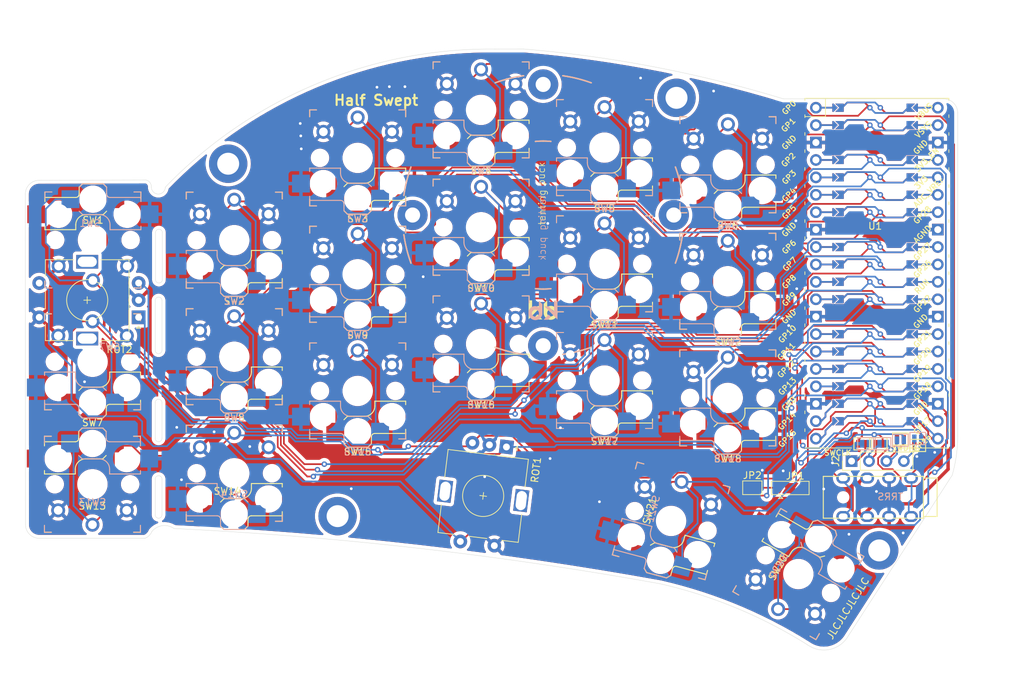
<source format=kicad_pcb>
(kicad_pcb (version 20211014) (generator pcbnew)
  (layers (0 "F.Cu" signal) (31 "B.Cu" signal) (34 "B.Paste" user) (35 "F.Paste" user) (36 "B.SilkS" user "B.Silkscreen") (37 "F.SilkS" user "F.Silkscreen") (38 "B.Mask" user) (39 "F.Mask" user) (44 "Edge.Cuts" user))
  (net 0 "")
  (net 1 "gnd")
  (net 2 "vcc")
  (net 3 "reset")
  (net 4 "Switch1")
  (net 5 "Switch2")
  (net 6 "Switch3")
  (net 7 "Switch4")
  (net 8 "Switch5")
  (net 9 "Switch6")
  (net 10 "Switch7")
  (net 11 "Switch8")
  (net 12 "Switch9")
  (net 13 "Switch10")
  (net 14 "Switch11")
  (net 15 "Switch12")
  (net 16 "Switch13")
  (net 17 "Switch14")
  (net 18 "Switch15")
  (net 19 "Switch16")
  (net 20 "Switch17")
  (net 21 "A")
  (net 22 "B")
  (net 23 "Switch19")
  (net 24 "Switch20")
  (net 28 "Split")
  (net 29 "PSwitch1")
  (net 30 "Split2")
  (net 31 "GPIO17")
  (net 32 "GPIO9")
  (net 33 "Net-(J2-Pad1)")
  (net 34 "Net-(J2-Pad2)")
  (net 35 "Net-(J2-Pad3)")
  (net 36 "Net-(J2-Pad4)")
  (net 37 "vsys")
  (net 38 "SCL")
  (net 39 "SDA")
  (footprint "KBDSwitch:Kailh_socket_PG1350_optional_reversible" (layer "F.Cu") (at 46.86808 47.52792 180)
    (fp_text reference "SW2")
    (fp_text value "SW_Push")
  )
  (footprint "KBDSwitch:Kailh_socket_PG1350_optional_reversible" (layer "F.Cu") (at 64.86808 35.52792 180)
    (fp_text reference "SW3")
    (fp_text value "SW_Push")
  )
  (footprint "KBDSwitch:Kailh_socket_PG1350_optional_reversible" (layer "F.Cu") (at 82.86808 28.52792 180)
    (fp_text reference "SW4")
    (fp_text value "SW_Push")
  )
  (footprint "KBDSwitch:Kailh_socket_PG1350_optional_reversible" (layer "F.Cu") (at 100.86808 34.02792 180)
    (fp_text reference "SW5")
    (fp_text value "SW_Push")
  )
  (footprint "KBDSwitch:Kailh_socket_PG1350_optional_reversible" (layer "F.Cu") (at 118.86808 36.52792 180)
    (fp_text reference "SW6")
    (fp_text value "SW_Push")
  )
  (footprint "KBDSwitch:Kailh_socket_PG1350_optional_reversible" (layer "F.Cu") (at 46.86808 64.52792 180)
    (fp_text reference "SW8")
    (fp_text value "SW_Push")
  )
  (footprint "KBDSwitch:Kailh_socket_PG1350_optional_reversible" (layer "F.Cu") (at 64.86808 52.50192 180)
    (fp_text reference "SW9")
    (fp_text value "SW_Push")
  )
  (footprint "KBDSwitch:Kailh_socket_PG1350_optional_reversible" (layer "F.Cu") (at 82.86808 45.64392 180)
    (fp_text reference "SW10")
    (fp_text value "SW_Push")
  )
  (footprint "KBDSwitch:Kailh_socket_PG1350_optional_reversible" (layer "F.Cu") (at 100.86808 50.97792 180)
    (fp_text reference "SW11")
    (fp_text value "SW_Push")
  )
  (footprint "KBDSwitch:Kailh_socket_PG1350_optional_reversible" (layer "F.Cu") (at 118.84808 53.51792 180)
    (fp_text reference "SW12")
    (fp_text value "SW_Push")
  )
  (footprint "KBDSwitch:Kailh_socket_PG1350_optional_reversible" (layer "F.Cu") (at 46.86808 81.52792 180)
    (fp_text reference "SW14")
    (fp_text value "SW_Push")
  )
  (footprint "KBDSwitch:Kailh_socket_PG1350_optional_reversible" (layer "F.Cu") (at 64.86808 69.51992 180)
    (fp_text reference "SW15")
    (fp_text value "SW_Push")
  )
  (footprint "KBDSwitch:Kailh_socket_PG1350_optional_reversible" (layer "F.Cu") (at 82.86808 62.66192 180)
    (fp_text reference "SW16")
    (fp_text value "SW_Push")
  )
  (footprint "KBDSwitch:Kailh_socket_PG1350_optional_reversible" (layer "F.Cu") (at 100.86808 67.99592 180)
    (fp_text reference "SW17")
    (fp_text value "SW_Push")
  )
  (footprint "KBDSwitch:Kailh_socket_PG1350_optional_reversible" (layer "F.Cu") (at 118.84808 70.53592 180)
    (fp_text reference "SW18")
    (fp_text value "SW_Push")
  )
  (footprint "KBDSwitch:Kailh_socket_PG1350_optional_reversible" (layer "F.Cu") (at 129.14408 96.22792 -30)
    (fp_text reference "SW20")
    (fp_text value "SW_Push")
  )
  (footprint "KBDSwitch:Kailh_socket_PG1350_optional_reversible" (layer "F.Cu") (at 110.58408 88.47792 165)
    (fp_text reference "SW21")
    (fp_text value "SW_Push")
  )
  (footprint "kbd:Tenting_Puck2" (layer "F.Cu") (at 91.92408 43.86592)
    (fp_text reference "REF**")
    (fp_text value "Tenting Puck")
  )
  (footprint "Connector_PinHeader_2.54mm:PinHeader_1x04_P2.54mm_Vertical" (layer "F.Cu") (at 136.906 79.756 90)
    (fp_text reference "J2")
    (fp_text value "OLED")
  )
  (footprint "Audio_Module:Jumper" (layer "F.Cu") (at 144.018 76.53)
    (fp_text reference "JP4" hide)
    (fp_text value " ")
  )
  (footprint "Rotary_Encoder:RotaryEncoder_Alps_EC11E-Switch_Vertical_H20mm" (layer "F.Cu") (at 32.92 58.78 180)
    (fp_text reference "ROT2")
    (fp_text value "RotaryEncoder_Switch")
  )
  (footprint "KBDSwitch:Kailh_socket_PG1350_optional_reversible" (layer "F.Cu") (at 26.185 83.13)
    (fp_text reference "SW13")
    (fp_text value "SW_Push")
  )
  (footprint "Jumper:SolderJumper-3_P2.0mm_Open_TrianglePad1.0x1.5mm" (layer "F.Cu") (at 127.96 83.7)
    (fp_text reference "JP1")
    (fp_text value "Jumper_3_Open")
  )
  (footprint "Sweep-half-swept-2040:starwars_imp" (layer "F.Cu") (at 71.12 86.106)
    (fp_text reference "Ref**" hide)
    (fp_text value "Val**" hide)
  )
  (footprint "Module:pi pico jumpper-no dbg" (layer "F.Cu") (at 140.33648 52.34)
    (fp_text reference "U1")
    (fp_text value "PICO_RP2040")
  )
  (footprint "KBDSwitch:Kailh_socket_PG1350_optional_reversible" (layer "F.Cu") (at 26.2 65.27 180)
    (fp_text reference "SW7")
    (fp_text value "SW_Push")
  )
  (footprint "Audio_Module:TRRS-PJ-313B" (layer "F.Cu") (at 147.38 85.03 -90)
    (fp_text reference "J1")
    (fp_text value "tokas_bp_AudioJack4dpb" hide)
  )
  (footprint "KBDSwitch:Kailh_socket_PG1350_optional_reversible" (layer "F.Cu") (at 26.25 47.5)
    (fp_text reference "SW1")
    (fp_text value "SW_Push")
  )
  (footprint "MountingHole:MountingHole_3.2mm_M3_DIN965_Pad" (layer "F.Cu") (at 45.98 36.38)
    (fp_text reference "REF**" hide)
    (fp_text value "MountingHole_3.2mm_M3_DIN965_Pad")
  )
  (footprint "Jumper:SolderJumper-2_P1.3mm_Open_TrianglePad1.0x1.5mm" (layer "F.Cu") (at 122.425 83.64)
    (fp_text reference "JP2")
    (fp_text value "Jumper_2_Open")
  )
  (footprint "Audio_Module:Jumper" (layer "F.Cu") (at 138.39 77.23)
    (fp_text reference "JP6" hide)
    (fp_text value " ")
  )
  (footprint "MountingHole:MountingHole_3.2mm_M3_DIN965_Pad" (layer "F.Cu") (at 111.37 26.77)
    (fp_text reference "REF**" hide)
    (fp_text value "MountingHole_3.2mm_M3_DIN965_Pad")
  )
  (footprint "MountingHole:MountingHole_3.2mm_M3_DIN965_Pad" (layer "F.Cu") (at 140.93 92.78)
    (fp_text reference "REF**" hide)
    (fp_text value "MountingHole_3.2mm_M3_DIN965_Pad")
  )
  (footprint "Audio_Module:Jumper" (layer "F.Cu") (at 140.93 77.23 180)
    (fp_text reference "JP5" hide)
    (fp_text value " ")
  )
  (footprint "Audio_Module:Jumper" (layer "F.Cu") (at 146.558 77.47 180)
    (fp_text reference "JP3" hide)
    (fp_text value " ")
  )
  (footprint "MountingHole:MountingHole_3.2mm_M3_DIN965_Pad" (layer "F.Cu") (at 61.94 87.78)
    (fp_text reference "REF**" hide)
    (fp_text value "MountingHole_3.2mm_M3_DIN965_Pad")
  )
  (footprint "Rotary_Encoder:RotaryEncoder_Alps_EC11E-Switch_Vertical_H20mm" (layer "F.Cu") (at 86.565645 77.690714 -97)
    (fp_text reference "ROT1")
    (fp_text value "RotaryEncoder_Switch")
  )
  (footprint "Audio_Module:Jumper" (layer "B.Cu") (at 144.02562 76.708 180)
    (fp_text reference "JP8" hide)
    (fp_text value " ")
  )
  (footprint "Audio_Module:Jumper" (layer "B.Cu") (at 138.938 77.216)
    (fp_text reference "JP10" hide)
    (fp_text value " ")
  )
  (footprint "Audio_Module:Jumper" (layer "B.Cu") (at 146.558 76.454 180)
    (fp_text reference "JP7" hide)
    (fp_text value " ")
  )
  (footprint "Logos:star-wars-mid2" (layer "B.Cu") (at 94.465307 89.438289 180)
    (fp_text reference "Ref**" hide)
    (fp_text value "Val**" hide)
  )
  (footprint "Audio_Module:Jumper" (layer "B.Cu") (at 141.48562 77.216 180)
    (fp_text reference "JP9" hide)
    (fp_text value " ")
  )
  (gr_arc (start 109.01 97.65) (mid 120.151347 101.205919) (end 130.536809 106.583312) (layer "Edge.Cuts") (width 0.05))
  (gr_arc (start 89.079857 19.648599) (mid 108.22209 22.275158) (end 126.97608 26.924) (layer "Edge.Cuts") (width 0.05))
  (gr_arc (start 38.07608 89.58592) (mid 73.674846 92.458554) (end 109.01 97.65) (layer "Edge.Cuts") (width 0.05))
  (gr_line (start 152.37608 28.956) (end 152.37608 76.12392) (layer "Edge.Cuts") (width 0.05))
  (gr_arc (start 36.80608 39.80192) (mid 58.764305 24.769997) (end 84.878469 19.654059) (layer "Edge.Cuts") (width 0.05))
  (gr_line (start 151.58 81.81) (end 136.424079 105.24792) (layer "Edge.Cuts") (width 0.05))
  (gr_line (start 89.079857 19.648599) (end 84.878469 19.654059) (layer "Edge.Cuts") (width 0.05))
  (gr_line (start 36.33 56.33) (end 36.33 63.58) (layer "Edge.Cuts") (width 0.05))
  (gr_line (start 36.38 46.43) (end 36.38 53.28) (layer "Edge.Cuts") (width 0.05))
  (gr_arc (start 35.33 56.33) (mid 35.83 55.83) (end 36.33 56.33) (layer "Edge.Cuts") (width 0.05))
  (gr_arc (start 36.806079 39.80192) (mid 35.793495 40.813328) (end 34.779389 39.803446) (layer "Edge.Cuts") (width 0.05))
  (gr_line (start 35.33 82.38) (end 35.33 87.58) (layer "Edge.Cuts") (width 0.05))
  (gr_arc (start 36.33 63.58) (mid 35.83 64.08) (end 35.33 63.58) (layer "Edge.Cuts") (width 0.05))
  (gr_arc (start 36.33 87.58) (mid 35.83 88.08) (end 35.33 87.58) (layer "Edge.Cuts") (width 0.05))
  (gr_arc (start 34.86 90.01) (mid 34.459177 90.609177) (end 33.86 91.01) (layer "Edge.Cuts") (width 0.05))
  (gr_line (start 16.4 40.8) (end 16.42 89.01) (layer "Edge.Cuts") (width 0.05))
  (gr_line (start 150.34408 26.924) (end 126.97608 26.924) (layer "Edge.Cuts") (width 0.05))
  (gr_line (start 36.33 82.38) (end 36.33 87.58) (layer "Edge.Cuts") (width 0.05))
  (gr_arc (start 34 38.75) (mid 34.578548 39.137) (end 34.779389 39.803446) (layer "Edge.Cuts") (width 0.05))
  (gr_line (start 18.42 91.01) (end 33.86 91.01) (layer "Edge.Cuts") (width 0.05))
  (gr_arc (start 36.33 76.43) (mid 35.83 76.93) (end 35.33 76.43) (layer "Edge.Cuts") (width 0.05))
  (gr_line (start 18.4 38.8) (end 34 38.75) (layer "Edge.Cuts") (width 0.05))
  (gr_arc (start 150.34408 26.924) (mid 151.780921 27.519159) (end 152.37608 28.956) (layer "Edge.Cuts") (width 0.05))
  (gr_arc (start 18.42 91.01) (mid 17.005786 90.424214) (end 16.42 89.01) (layer "Edge.Cuts") (width 0.05))
  (gr_line (start 35.38 46.43) (end 35.38 53.28) (layer "Edge.Cuts") (width 0.05))
  (gr_arc (start 35.33 82.38) (mid 35.83 81.88) (end 36.33 82.38) (layer "Edge.Cuts") (width 0.05))
  (gr_arc (start 152.37608 76.12392) (mid 152.176088 78.994688) (end 151.58 81.81) (layer "Edge.Cuts") (width 0.05))
  (gr_arc (start 34.86 90.01) (mid 36.385048 89.16858) (end 38.07608 89.58592) (layer "Edge.Cuts") (width 0.05))
  (gr_line (start 36.33 71.23) (end 36.33 76.43) (layer "Edge.Cuts") (width 0.05))
  (gr_arc (start 35.38 46.43) (mid 35.88 45.93) (end 36.38 46.43) (layer "Edge.Cuts") (width 0.05))
  (gr_line (start 35.33 56.33) (end 35.33 63.58) (layer "Edge.Cuts") (width 0.05))
  (gr_arc (start 136.424079 105.24792) (mid 133.774064 107.210084) (end 130.536809 106.583312) (layer "Edge.Cuts") (width 0.05))
  (gr_arc (start 35.33 71.23) (mid 35.83 70.73) (end 36.33 71.23) (layer "Edge.Cuts") (width 0.05))
  (gr_arc (start 16.4 40.8) (mid 16.985786 39.385786) (end 18.4 38.8) (layer "Edge.Cuts") (width 0.05))
  (gr_arc (start 36.38 53.28) (mid 35.88 53.78) (end 35.38 53.28) (layer "Edge.Cuts") (width 0.05))
  (gr_line (start 35.33 71.23) (end 35.33 76.43) (layer "Edge.Cuts") (width 0.05))
  (gr_text "JLCJLCJLCJLC" (at 136.38 101.23 58) (layer "F.SilkS") (effects (font (size 1 1))))
  (gr_text "Half Swept" (at 67.55 27.13) (layer "F.SilkS") (effects (font (size 1.5 1.5) (thickness 0.3))))
  (segment (start 146.17848 71.39) (end 146.94048 71.39) (width 0.25) (layer "B.Cu") (net 0))
  (segment (start 146.17848 73.93) (end 146.94048 73.93) (width 0.25) (layer "B.Cu") (net 0))
  (segment (start 146.94048 73.93) (end 149.48048 76.47) (width 0.25) (layer "B.Cu") (net 0))
  (segment (start 146.94048 71.39) (end 149.48048 73.93) (width 0.25) (layer "B.Cu") (net 0))
  (segment (start 141.738 82.036) (end 141.762 82.036) (width 0.25) (layer "F.Cu") (net 1))
  (segment (start 150.83 76.98) (end 149.33 78.48) (width 0.25) (layer "F.Cu") (net 1))
  (segment (start 149.33 78.48) (end 149.03 78.48) (width 0.25) (layer "F.Cu") (net 1))
  (segment (start 149.48048 71.39) (end 150.83 72.73952) (width 0.25) (layer "F.Cu") (net 1))
  (segment (start 150.83 72.73952) (end 150.83 76.98) (width 0.25) (layer "F.Cu") (net 1))
  (via (at 128.778 44.704) (size 0.8) (drill 0.4) (layers "F.Cu" "B.Cu") (net 1))
  (via (at 43.93 75.48) (size 0.8) (drill 0.4) (layers "F.Cu" "B.Cu") (net 1))
  (via (at 63.93 83.78) (size 0.8) (drill 0.4) (layers "F.Cu" "B.Cu") (net 1))
  (via (at 106.13 23.88) (size 0.8) (drill 0.4) (layers "F.Cu" "B.Cu") (net 1))
  (via (at 146.43 79.08) (size 0.8) (drill 0.4) (layers "F.Cu" "B.Cu") (net 1))
  (via (at 116.78 25.78) (size 0.8) (drill 0.4) (layers "F.Cu" "B.Cu") (net 1))
  (via (at 128.905 54.61) (size 0.8) (drill 0.4) (layers "F.Cu" "B.Cu") (net 1))
  (via (at 25.03 68.18) (size 0.8) (drill 0.4) (layers "F.Cu" "B.Cu") (net 1))
  (via (at 92.93 79.38) (size 0.8) (drill 0.4) (layers "F.Cu" "B.Cu") (net 1))
  (via (at 127.73 59.98) (size 0.8) (drill 0.4) (layers "F.Cu" "B.Cu") (net 1))
  (via (at 56.64 34.21) (size 0.8) (drill 0.4) (layers "F.Cu" "B.Cu") (net 1))
  (via (at 149.03 78.48) (size 0.8) (drill 0.4) (layers "F.Cu" "B.Cu") (net 1))
  (via (at 126.93 81.18) (size 0.8) (drill 0.4) (layers "F.Cu" "B.Cu") (net 1))
  (via (at 49.13 77.63) (size 0.8) (drill 0.4) (layers "F.Cu" "B.Cu") (net 1))
  (via (at 134.112 80.01) (size 0.8) (drill 0.4) (layers "F.Cu" "B.Cu") (net 1))
  (via (at 140.53 84.18) (size 0.8) (drill 0.4) (layers "F.Cu" "B.Cu") (net 1))
  (via (at 71.76 25.14) (size 0.8) (drill 0.4) (layers "F.Cu" "B.Cu") (net 1))
  (via (at 100.13 85.68) (size 0.8) (drill 0.4) (layers "F.Cu" "B.Cu") (net 1))
  (via (at 132.842 83.82) (size 0.8) (drill 0.4) (layers "F.Cu" "B.Cu") (net 1))
  (via (at 144.43 90.23) (size 0.8) (drill 0.4) (layers "F.Cu" "B.Cu") (net 1))
  (via (at 39.17 82.47) (size 0.8) (drill 0.4) (layers "F.Cu" "B.Cu") (net 1))
  (via (at 67.68 25.22) (size 0.8) (drill 0.4) (layers "F.Cu" "B.Cu") (net 1))
  (via (at 92.6 45.09) (size 0.8) (drill 0.4) (layers "F.Cu" "B.Cu") (net 1))
  (via (at 136.525 90.424) (size 0.8) (drill 0.4) (layers "F.Cu" "B.Cu") (net 1))
  (via (at 94.44 74.89) (size 0.8) (drill 0.4) (layers "F.Cu" "B.Cu") (net 1))
  (via (at 83.39 82.03) (size 0.8) (drill 0.4) (layers "F.Cu" "B.Cu") (net 1))
  (via (at 123.88 81.08) (size 0.8) (drill 0.4) (layers "F.Cu" "B.Cu") (net 1))
  (via (at 56.49 30.51) (size 0.8) (drill 0.4) (layers "F.Cu" "B.Cu") (net 1))
  (via (at 74.42 52.86) (size 0.8) (drill 0.4) (layers "F.Cu" "B.Cu") (net 1))
  (via (at 69.49 25.14) (size 0.8) (drill 0.4) (layers "F.Cu" "B.Cu") (net 1))
  (via (at 38.48 74.83) (size 0.8) (drill 0.4) (layers "F.Cu" "B.Cu") (net 1))
  (via (at 56.57 32.32) (size 0.8) (drill 0.4) (layers "F.Cu" "B.Cu") (net 1))
  (segment (start 140.78 80.21101) (end 140.78 79.30099) (width 0.25) (layer "F.Cu") (net 2))
  (segment (start 141.499501 80.930511) (end 140.78 80.21101) (width 0.25) (layer "F.Cu") (net 2))
  (segment (start 143.51762 77.199782) (end 142.633701 78.083701) (width 0.25) (layer "F.Cu") (net 2))
  (segment (start 144.05452 82.114209) (end 144.05452 83.40452) (width 0.25) (layer "F.Cu") (net 2))
  (segment (start 142.870822 80.930511) (end 141.499501 80.930511) (width 0.25) (layer "F.Cu") (net 2))
  (segment (start 142.870822 80.930511) (end 144.05452 82.114209) (width 0.25) (layer "F.Cu") (net 2))
  (segment (start 144.05452 83.40452) (end 146.50548 83.40452) (width 0.25) (layer "F.Cu") (net 2))
  (segment (start 146.50548 83.40452) (end 148.53 81.38) (width 0.25) (layer "F.Cu") (net 2))
  (segment (start 143.51762 76.53) (end 143.51762 77.199782) (width 0.25) (layer "F.Cu") (net 2))
  (segment (start 143.51762 76.2) (end 143.51 76.20762) (width 0.25) (layer "F.Cu") (net 2))
  (segment (start 141.997289 78.083701) (end 142.633701 78.083701) (width 0.25) (layer "F.Cu") (net 2))
  (segment (start 148.53 81.38) (end 149.03 81.38) (width 0.25) (layer "F.Cu") (net 2))
  (segment (start 140.78 79.30099) (end 141.997289 78.083701) (width 0.25) (layer "F.Cu") (net 2))
  (via (at 142.633701 78.083701) (size 0.8) (drill 0.4) (layers "F.Cu" "B.Cu") (net 2))
  (via (at 149.03 81.38) (size 0.8) (drill 0.4) (layers "F.Cu" "B.Cu") (net 2))
  (segment (start 151.39952 68.472312) (end 150.654991 67.727783) (width 0.25) (layer "B.Cu") (net 2))
  (segment (start 149.23 81.38) (end 151.39952 79.21048) (width 0.25) (layer "B.Cu") (net 2))
  (segment (start 142.38448 37.084) (end 141.09848 38.37) (width 0.25) (layer "B.Cu") (net 2))
  (segment (start 149.03 81.38) (end 149.23 81.38) (width 0.25) (layer "B.Cu") (net 2))
  (segment (start 142.633701 77.863701) (end 141.986 77.216) (width 0.25) (layer "B.Cu") (net 2))
  (segment (start 149.85549 37.084) (end 142.38448 37.084) (width 0.25) (layer "B.Cu") (net 2))
  (segment (start 150.654991 67.727783) (end 150.654991 37.883501) (width 0.25) (layer "B.Cu") (net 2))
  (segment (start 151.39952 79.21048) (end 151.39952 68.472312) (width 0.25) (layer "B.Cu") (net 2))
  (segment (start 150.654991 37.883501) (end 149.85549 37.084) (width 0.25) (layer "B.Cu") (net 2))
  (segment (start 142.633701 78.083701) (end 142.633701 77.863701) (width 0.25) (layer "B.Cu") (net 2))
  (segment (start 70.76498 40.96262) (end 74.61738 40.96262) (width 0.25) (layer "F.Cu") (net 4))
  (segment (start 74.61738 40.96262) (end 78.64 36.94) (width 0.25) (layer "F.Cu") (net 4))
  (segment (start 68.375159 43.352441) (end 70.76498 40.96262) (width 0.25) (layer "F.Cu") (net 4))
  (segment (start 44.31 52.761) (end 44.31 44.4319) (width 0.25) (layer "F.Cu") (net 4))
  (segment (start 129.158282 46.736) (end 130.076449 45.817833) (width 0.25) (layer "F.Cu") (net 4))
  (segment (start 126.918593 46.27144) (end 127.383153 46.736) (width 0.25) (layer "F.Cu") (net 4))
  (segment (start 119.961933 44.928849) (end 121.304524 46.27144) (width 0.25) (layer "F.Cu") (net 4))
  (segment (start 78.64 36.94) (end 90.80846 36.94) (width 0.25) (layer "F.Cu") (net 4))
  (segment (start 46.86808 41.87382) (end 55.87382 41.87382) (width 0.25) (layer "F.Cu") (net 4))
  (segment (start 112.247133 46.390431) (end 113.708716 44.928849) (width 0.25) (layer "F.Cu") (net 4))
  (segment (start 43.59308 53.47792) (end 44.31 52.761) (width 0.25) (layer "F.Cu") (net 4))
  (segment (start 46.86808 41.87382) (end 46.86808 41.62792) (width 0.25) (layer "F.Cu") (net 4))
  (segment (start 130.076449 44.553748) (end 130.302 44.328197) (width 0.25) (layer "F.Cu") (net 4))
  (segment (start 55.87382 41.87382) (end 57.352441 43.352441) (width 0.25) (layer "F.Cu") (net 4))
  (segment (start 95.720901 41.852441) (end 105.390402 41.852441) (width 0.25) (layer "F.Cu") (net 4))
  (segment (start 127.383153 46.736) (end 129.158282 46.736) (width 0.25) (layer "F.Cu") (net 4))
  (segment (start 105.390402 41.852441) (end 109.928392 46.390431) (width 0.25) (layer "F.Cu") (net 4))
  (segment (start 121.304524 46.27144) (end 126.918593 46.27144) (width 0.25) (layer "F.Cu") (net 4))
  (segment (start 44.31 44.4319) (end 46.86808 41.87382) (width 0.25) (layer "F.Cu") (net 4))
  (segment (start 130.302 43.18747) (end 131.25099 42.23848) (width 0.25) (layer "F.Cu") (net 4))
  (segment (start 57.352441 43.352441) (end 68.375159 43.352441) (width 0.25) (layer "F.Cu") (net 4))
  (segment (start 109.928392 46.390431) (end 112.247133 46.390431) (width 0.25) (layer "F.Cu") (net 4))
  (segment (start 131.25099 42.23848) (end 138.246 42.23848) (width 0.25) (layer "F.Cu") (net 4))
  (segment (start 130.302 44.328197) (end 130.302 43.18747) (width 0.25) (layer "F.Cu") (net 4))
  (segment (start 90.80846 36.94) (end 95.720901 41.852441) (width 0.25) (layer "F.Cu") (net 4))
  (segment (start 138.246 42.23848) (end 139.57448 40.91) (width 0.25) (layer "F.Cu") (net 4))
  (segment (start 130.076449 45.817833) (end 130.076449 44.553748) (width 0.25) (layer "F.Cu") (net 4))
  (segment (start 113.708716 44.928849) (end 119.961933 44.928849) (width 0.25) (layer "F.Cu") (net 4))
  (segment (start 49.98928 44.74912) (end 46.86808 41.62792) (width 0.25) (layer "B.Cu") (net 4))
  (segment (start 49.98928 53.32412) (end 49.98928 44.74912) (width 0.25) (layer "B.Cu") (net 4))
  (segment (start 50.14308 53.47792) (end 49.98928 53.32412) (width 0.25) (layer "B.Cu") (net 4))
  (segment (start 61.74688 41.32412) (end 61.74688 32.74912) (width 0.25) (layer "F.Cu") (net 5))
  (segment (start 61.59308 41.47792) (end 61.74688 41.32412) (width 0.25) (layer "F.Cu") (net 5))
  (segment (start 61.74688 32.74912) (end 64.86808 29.62792) (width 0.25) (layer "F.Cu") (net 5))
  (segment (start 128.88256 42.688449) (end 130.525969 41.04504) (width 0.25) (layer "B.Cu") (net 5))
  (segment (start 138.25 39.69448) (end 139.57448 38.37) (width 0.25) (layer "B.Cu") (net 5))
  (segment (start 105.57388 42.55092) (end 109.43078 46.40782) (width 0.25) (layer "B.Cu") (net 5))
  (segment (start 67.99308 32.75292) (end 67.99308 37.39862) (width 0.25) (layer "B.Cu") (net 5))
  (segment (start 92.15708 42.55092) (end 105.57388 42.55092) (width 0.25) (layer "B.Cu") (net 5))
  (segment (start 67.99308 37.39862) (end 87.00478 37.39862) (width 0.25) (layer "B.Cu") (net 5))
  (segment (start 118.52738 45.40022) (end 126.40978 45.40022) (width 0.25) (layer "B.Cu") (net 5))
  (segment (start 67.99308 37.39862) (end 67.99308 41.32792) (width 0.25) (layer "B.Cu") (net 5))
  (segment (start 87.00478 37.39862) (end 92.15708 42.55092) (width 0.25) (layer "B.Cu") (net 5))
  (segment (start 67.99308 41.32792) (end 68.14308 41.47792) (width 0.25) (layer "B.Cu") (net 5))
  (segment (start 130.525969 40.423501) (end 131.25499 39.69448) (width 0.25) (layer "B.Cu") (net 5))
  (segment (start 64.86808 29.62792) (end 67.99308 32.75292) (width 0.25) (layer "B.Cu") (net 5))
  (segment (start 131.25499 39.69448) (end 138.25 39.69448) (width 0.25) (layer "B.Cu") (net 5))
  (segment (start 126.40978 45.40022) (end 128.88256 42.92744) (width 0.25) (layer "B.Cu") (net 5))
  (segment (start 128.88256 42.92744) (end 128.88256 42.688449) (width 0.25) (layer "B.Cu") (net 5))
  (segment (start 109.43078 46.40782) (end 117.51978 46.40782) (width 0.25) (layer "B.Cu") (net 5))
  (segment (start 130.525969 41.04504) (end 130.525969 40.423501) (width 0.25) (layer "B.Cu") (net 5))
  (segment (start 117.51978 46.40782) (end 118.52738 45.40022) (width 0.25) (layer "B.Cu") (net 5))
  (segment (start 83.666 21.83) (end 82.86808 22.62792) (width 0.25) (layer "F.Cu") (net 6))
  (segment (start 129.76947 27.94) (end 116.67 27.94) (width 0.25) (layer "F.Cu") (net 6))
  (segment (start 139.30448 27.94) (end 137.859969 29.384511) (width 0.25) (layer "F.Cu") (net 6))
  (segment (start 80.21 33.861) (end 80.21 25.286) (width 0.25) (layer "F.Cu") (net 6))
  (segment (start 139.57448 28.21) (end 139.30448 27.94) (width 0.25) (layer "F.Cu") (net 6))
  (segment (start 96.03 23.88) (end 93.98 21.83) (width 0.25) (layer "F.Cu") (net 6))
  (segment (start 80.21 25.286) (end 82.86808 22.62792) (width 0.25) (layer "F.Cu") (net 6))
  (segment (start 116.67 27.94) (end 113.672111 30.937889) (width 0.25) (layer "F.Cu") (net 6))
  (segment (start 110.02 31.37) (end 102.53 23.88) (width 0.25) (layer "F.Cu") (net 6))
  (segment (start 93.98 21.83) (end 83.666 21.83) (width 0.25) (layer "F.Cu") (net 6))
  (segment (start 137.859969 29.384511) (end 131.213981 29.384511) (width 0.25) (layer "F.Cu") (net 6))
  (segment (start 131.213981 29.384511) (end 129.76947 27.94) (width 0.25) (layer "F.Cu") (net 6))
  (segment (start 102.53 23.88) (end 96.03 23.88) (width 0.25) (layer "F.Cu") (net 6))
  (segment (start 112.694512 31.37) (end 110.02 31.37) (width 0.25) (layer "F.Cu") (net 6))
  (segment (start 113.126623 30.937889) (end 112.694512 31.37) (width 0.25) (layer "F.Cu") (net 6))
  (segment (start 113.672111 30.937889) (end 113.126623 30.937889) (width 0.25) (layer "F.Cu") (net 6))
  (segment (start 79.59308 34.47792) (end 80.21 33.861) (width 0.25) (layer "F.Cu") (net 6))
  (segment (start 85.62 33.95484) (end 86.14308 34.47792) (width 0.25) (layer "B.Cu") (net 6))
  (segment (start 82.86808 22.62792) (end 85.62 25.37984) (width 0.25) (layer "B.Cu") (net 6))
  (segment (start 85.62 25.37984) (end 85.62 33.95484) (width 0.25) (layer "B.Cu") (net 6))
  (segment (start 97.59308 39.97792) (end 98.11 39.461) (width 0.25) (layer "F.Cu") (net 7))
  (segment (start 113.922591 31.387409) (end 113.312821 31.387409) (width 0.25) (layer "F.Cu") (net 7))
  (segment (start 98.11 39.461) (end 98.11 30.886) (width 0.25) (layer "F.Cu") (net 7))
  (segment (start 102.09648 26.89952) (end 100.86808 28.12792) (width 0.25) (layer "F.Cu") (net 7))
  (segment (start 139.57448 30.75) (end 139.57448 30.85952) (width 0.25) (layer "F.Cu") (net 7))
  (segment (start 104.913802 26.89952) (end 102.09648 26.89952) (width 0.25) (layer "F.Cu") (net 7))
  (segment (start 98.11 30.886) (end 100.86808 28.12792) (width 0.25) (layer "F.Cu") (net 7))
  (segment (start 113.312821 31.387409) (end 112.71023 31.99) (width 0.25) (layer "F.Cu") (net 7))
  (segment (start 139.57448 30.85952) (end 138.318511 32.115489) (width 0.25) (layer "F.Cu") (net 7))
  (segment (start 138.318511 32.115489) (end 130.525969 32.115489) (width 0.25) (layer "F.Cu") (net 7))
  (segment (start 116.862 28.448) (end 113.922591 31.387409) (width 0.25) (layer "F.Cu") (net 7))
  (segment (start 112.71023 31.99) (end 110.004282 31.99) (width 0.25) (layer "F.Cu") (net 7))
  (segment (start 126.85848 28.448) (end 116.862 28.448) (width 0.25) (layer "F.Cu") (net 7))
  (segment (start 110.004282 31.99) (end 104.913802 26.89952) (width 0.25) (layer "F.Cu") (net 7))
  (segment (start 130.525969 32.115489) (end 126.85848 28.448) (width 0.25) (layer "F.Cu") (net 7))
  (segment (start 104.14308 39.97792) (end 103.98928 39.82412) (width 0.25) (layer "B.Cu") (net 7))
  (segment (start 103.98928 31.24912) (end 100.86808 28.12792) (width 0.25) (layer "B.Cu") (net 7))
  (segment (start 103.98928 39.82412) (end 103.98928 31.24912) (width 0.25) (layer "B.Cu") (net 7))
  (segment (start 116.48 41.591) (end 115.59308 42.47792) (width 0.25) (layer "F.Cu") (net 8))
  (segment (start 116.48 33.016) (end 116.48 41.591) (width 0.25) (layer "F.Cu") (net 8))
  (segment (start 118.86808 30.62792) (end 116.48 33.016) (width 0.25) (layer "F.Cu") (net 8))
  (segment (start 130.525969 38.856499) (end 126.904548 42.47792) (width 0.25) (layer "B.Cu") (net 8))
  (segment (start 138.35952 37.15448) (end 131.25499 37.15448) (width 0.25) (layer "B.Cu") (net 8))
  (segment (start 131.25499 37.15448) (end 130.525969 37.883501) (width 0.25) (layer "B.Cu") (net 8))
  (segment (start 122.14308 42.47792) (end 121.59 41.92484) (width 0.25) (layer "B.Cu") (net 8))
  (segment (start 139.57448 35.93952) (end 138.35952 37.15448) (width 0.25) (layer "B.Cu") (net 8))
  (segment (start 130.525969 37.883501) (end 130.525969 38.856499) (width 0.25) (layer "B.Cu") (net 8))
  (segment (start 126.904548 42.47792) (end 122.14308 42.47792) (width 0.25) (layer "B.Cu") (net 8))
  (segment (start 121.59 41.92484) (end 121.59 33.34984) (width 0.25) (layer "B.Cu") (net 8))
  (segment (start 139.57448 35.83) (end 139.57448 35.93952) (width 0.25) (layer "B.Cu") (net 8))
  (segment (start 121.59 33.34984) (end 118.86808 30.62792) (width 0.25) (layer "B.Cu") (net 8))
  (segment (start 43.59308 70.47792) (end 43.74688 70.32412) (width 0.25) (layer "F.Cu") (net 9))
  (segment (start 95.534704 42.301961) (end 105.178421 42.301961) (width 0.25) (layer "F.Cu") (net 9))
  (segment (start 75.58 40.82) (end 79 37.4) (width 0.25) (layer "F.Cu") (net 9))
  (segment (start 70.02158 45.20332) (end 71.21678 46.39852) (width 0.25) (layer "F.Cu") (net 9))
  (segment (start 60.61298 45.20332) (end 70.02158 45.20332) (width 0.25) (layer "F.Cu") (net 9))
  (segment (start 130.525969 46.004031) (end 130.525969 44.815489) (width 0.25) (layer "F.Cu") (net 9))
  (segment (start 113.894913 45.378369) (end 119.775735 45.378369) (width 0.25) (layer "F.Cu") (net 9))
  (segment (start 129.286 47.244) (end 130.525969 46.004031) (width 0.25) (layer "F.Cu") (net 9))
  (segment (start 110.07646 47.2) (end 112.073282 47.2) (width 0.25) (layer "F.Cu") (net 9))
  (segment (start 43.74688 70.32412) (end 43.74688 61.74912) (width 0.25) (layer "F.Cu") (net 9))
  (segment (start 75.58 45.12) (end 75.58 40.82) (width 0.25) (layer "F.Cu") (net 9))
  (segment (start 121.118326 46.72096) (end 126.732395 46.72096) (width 0.25) (layer "F.Cu") (net 9))
  (segment (start 55.520022 54.15) (end 57.66 52.010022) (width 0.25) (layer "F.Cu") (net 9))
  (segment (start 105.178421 42.301961) (end 110.07646 47.2) (width 0.25) (layer "F.Cu") (net 9))
  (segment (start 79 37.4) (end 90.632743 37.4) (width 0.25) (layer "F.Cu") (net 9))
  (segment (start 52.35 54.15) (end 55.520022 54.15) (width 0.25) (layer "F.Cu") (net 9))
  (segment (start 130.525969 44.815489) (end 138.208991 44.815489) (width 0.25) (layer "F.Cu") (net 9))
  (segment (start 57.66 52.010022) (end 57.66 48.1563) (width 0.25) (layer "F.Cu") (net 9))
  (segment (start 57.66 48.1563) (end 60.61298 45.20332) (width 0.25) (layer "F.Cu") (net 9))
  (segment (start 71.21678 46.39852) (end 74.30148 46.39852) (width 0.25) (layer "F.Cu") (net 9))
  (segment (start 112.073282 47.2) (end 113.894913 45.378369) (width 0.25) (layer "F.Cu") (net 9))
  (segment (start 74.30148 46.39852) (end 75.58 45.12) (width 0.25) (layer "F.Cu") (net 9))
  (segment (start 47.87208 58.62792) (end 52.35 54.15) (width 0.25) (layer "F.Cu") (net 9))
  (segment (start 126.732395 46.72096) (end 127.255435 47.244) (width 0.25) (layer "F.Cu") (net 9))
  (segment (start 127.255435 47.244) (end 129.286 47.244) (width 0.25) (layer "F.Cu") (net 9))
  (segment (start 90.632743 37.4) (end 95.534704 42.301961) (width 0.25) (layer "F.Cu") (net 9))
  (segment (start 138.208991 44.815489) (end 139.57448 43.45) (width 0.25) (layer "F.Cu") (net 9))
  (segment (start 46.86808 58.62792) (end 47.87208 58.62792) (width 0.25) (layer "F.Cu") (net 9))
  (segment (start 119.775735 45.378369) (end 121.118326 46.72096) (width 0.25) (layer "F.Cu") (net 9))
  (segment (start 43.74688 61.74912) (end 46.86808 58.62792) (width 0.25) (layer "F.Cu") (net 9))
  (segment (start 49.62 69.95484) (end 50.14308 70.47792) (width 0.25) (layer "B.Cu") (net 9))
  (segment (start 49.62 61.37984) (end 49.62 69.95484) (width 0.25) (layer "B.Cu") (net 9))
  (segment (start 46.86808 58.62792) (end 49.62 61.37984) (width 0.25) (layer "B.Cu") (net 9))
  (segment (start 120.932128 47.17048) (end 126.546198 47.17048) (width 0.25) (layer "F.Cu") (net 10))
  (segment (start 61.59308 58.45192) (end 62.23 57.815) (width 0.25) (layer "F.Cu") (net 10))
  (segment (start 119.589537 45.827889) (end 120.932128 47.17048) (width 0.25) (layer "F.Cu") (net 10))
  (segment (start 137.23 47.31848) (end 141.09848 43.45) (width 0.25) (layer "F.Cu") (net 10))
  (segment (start 76.17 41.15) (end 79.35 37.97) (width 0.25) (layer "F.Cu") (net 10))
  (segment (start 130.525969 48.043501) (end 131.25099 47.31848) (width 0.25) (layer "F.Cu") (net 10))
  (segment (start 126.546198 47.17048) (end 127.381718 48.006) (width 0.25) (layer "F.Cu") (net 10))
  (segment (start 66.30906 45.65284) (end 69.835382 45.65284) (width 0.25) (layer "F.Cu") (net 10))
  (segment (start 79.35 37.97) (end 90.3 37.97) (width 0.25) (layer "F.Cu") (net 10))
  (segment (start 62.23 57.815) (end 62.23 49.7319) (width 0.25) (layer "F.Cu") (net 10))
  (segment (start 64.86808 47.09382) (end 66.30906 45.65284) (width 0.25) (layer "F.Cu") (net 10))
  (segment (start 71.030583 46.84804) (end 74.54196 46.84804) (width 0.25) (layer "F.Cu") (net 10))
  (segment (start 114.412111 45.827889) (end 119.589537 45.827889) (width 0.25) (layer "F.Cu") (net 10))
  (segment (start 112.55 47.69) (end 114.412111 45.827889) (width 0.25) (layer "F.Cu") (net 10))
  (segment (start 64.86808 46.60192) (end 64.86808 47.09382) (width 0.25) (layer "F.Cu") (net 10))
  (segment (start 131.25099 47.31848) (end 137.23 47.31848) (width 0.25) (layer "F.Cu") (net 10))
  (segment (start 74.54196 46.84804) (end 76.17 45.22) (width 0.25) (layer "F.Cu") (net 10))
  (segment (start 127.381718 48.006) (end 130.488468 48.006) (width 0.25) (layer "F.Cu") (net 10))
  (segment (start 69.835382 45.65284) (end 71.030583 46.84804) (width 0.25) (layer "F.Cu") (net 10))
  (segment (start 109.7 47.69) (end 112.55 47.69) (width 0.25) (layer "F.Cu") (net 10))
  (segment (start 62.23 49.7319) (end 64.86808 47.09382) (width 0.25) (layer "F.Cu") (net 10))
  (segment (start 90.3 37.97) (end 95.3 42.97) (width 0.25) (layer "F.Cu") (net 10))
  (segment (start 104.98 42.97) (end 109.7 47.69) (width 0.25) (layer "F.Cu") (net 10))
  (segment (start 130.488468 48.006) (end 130.525969 48.043501) (width 0.25) (layer "F.Cu") (net 10))
  (segment (start 76.17 45.22) (end 76.17 41.15) (width 0.25) (layer "F.Cu") (net 10))
  (segment (start 95.3 42.97) (end 104.98 42.97) (width 0.25) (layer "F.Cu") (net 10))
  (segment (start 64.86808 46.60192) (end 67.52 49.25384) (width 0.25) (layer "B.Cu") (net 10))
  (segment (start 67.52 49.25384) (end 67.52 57.82884) (width 0.25) (layer "B.Cu") (net 10))
  (segment (start 67.52 57.82884) (end 68.14308 58.45192) (width 0.25) (layer "B.Cu") (net 10))
  (segment (start 128.395559 61.342441) (end 129.97 59.768) (width 0.25) (layer "F.Cu") (net 11))
  (segment (start 138.246 52.39848) (end 139.57448 51.07) (width 0.25) (layer "F.Cu") (net 11))
  (segment (start 82.86808 39.74392) (end 87.542659 44.418499) (width 0.25) (layer "F.Cu") (net 11))
  (segment (start 93.993559 48.995377) (end 93.993559 56.577421) (width 0.25) (layer "F.Cu") (net 11))
  (segment (start 80.02 51.167) (end 79.59308 51.59392) (width 0.25) (layer "F.Cu") (net 11))
  (segment (start 131.25099 52.39848) (end 138.246 52.39848) (width 0.25) (layer "F.Cu") (net 11))
  (segment (start 97.086618 59.67048) (end 112.67048 59.67048) (width 0.25) (layer "F.Cu") (net 11))
  (segment (start 93.993559 56.577421) (end 97.086618 59.67048) (width 0.25) (layer "F.Cu") (net 11))
  (segment (start 80.02 42.592) (end 80.02 51.167) (width 0.25) (layer "F.Cu") (net 11))
  (segment (start 129.97 55.51) (end 130.525969 54.954031) (width 0.25) (layer "F.Cu") (net 11))
  (segment (start 89.416681 44.418499) (end 93.993559 48.995377) (width 0.25) (layer "F.Cu") (net 11))
  (segment (start 82.86808 39.74392) (end 80.02 42.592) (width 0.25) (layer "F.Cu") (net 11))
  (segment (start 129.97 59.768) (end 129.97 55.51) (width 0.25) (layer "F.Cu") (net 11))
  (segment (start 130.525969 53.123501) (end 131.25099 52.39848) (width 0.25) (layer "F.Cu") (net 11))
  (segment (start 114.342441 61.342441) (end 128.395559 61.342441) (width 0.25) (layer "F.Cu") (net 11))
  (segment (start 112.67048 59.67048) (end 114.342441 61.342441) (width 0.25) (layer "F.Cu") (net 11))
  (segment (start 130.525969 54.954031) (end 130.525969 53.123501) (width 0.25) (layer "F.Cu") (net 11))
  (segment (start 87.542659 44.418499) (end 89.416681 44.418499) (width 0.25) (layer "F.Cu") (net 11))
  (segment (start 85.47698 50.92782) (end 86.14308 51.59392) (width 0.25) (layer "B.Cu") (net 11))
  (segment (start 85.47698 49.06992) (end 85.47698 50.92782) (width 0.25) (layer "B.Cu") (net 11))
  (segment (start 82.86808 39.74392) (end 85.47698 42.35282) (width 0.25) (layer "B.Cu") (net 11))
  (segment (start 85.47698 42.35282) (end 85.47698 43.72272) (width 0.25) (layer "B.Cu") (net 11))
  (segment (start 85.47698 43.72272) (end 85.47698 49.06992) (width 0.25) (layer "B.Cu") (net 11))
  (segment (start 97.742601 56.778399) (end 97.59308 56.92792) (width 0.25) (layer "F.Cu") (net 12))
  (segment (start 129.73552 48.45552) (end 131.13848 49.85848) (width 0.25) (layer "F.Cu") (net 12))
  (segment (start 138.246 49.85848) (end 139.57448 48.53) (width 0.25) (layer "F.Cu") (net 12))
  (segment (start 131.13848 49.85848) (end 138.246 49.85848) (width 0.25) (layer "F.Cu") (net 12))
  (segment (start 127.195521 48.45552) (end 129.73552 48.45552) (width 0.25) (layer "F.Cu") (net 12))
  (segment (start 120.74593 47.62) (end 126.36 47.62) (width 0.25) (layer "F.Cu") (net 12))
  (segment (start 126.36 47.62) (end 127.195521 48.45552) (width 0.25) (layer "F.Cu") (net 12))
  (segment (start 97.742601 48.203399) (end 97.742601 56.778399) (width 0.25) (layer "F.Cu") (net 12))
  (segment (start 119.403339 46.277409) (end 120.74593 47.62) (width 0.25) (layer "F.Cu") (net 12))
  (segment (start 112.92 48.21) (end 114.852591 46.277409) (width 0.25) (layer "F.Cu") (net 12))
  (segment (start 100.86808 45.07792) (end 102.446 43.5) (width 0.25) (layer "F.Cu") (net 12))
  (segment (start 114.852591 46.277409) (end 119.403339 46.277409) (width 0.25) (layer "F.Cu") (net 12))
  (segment (start 109.274282 48.21) (end 112.92 48.21) (width 0.25) (layer "F.Cu") (net 12))
  (segment (start 100.86808 45.07792) (end 97.742601 48.203399) (width 0.25) (layer "F.Cu") (net 12))
  (segment (start 104.564282 43.5) (end 109.274282 48.21) (width 0.25) (layer "F.Cu") (net 12))
  (segment (start 102.446 43.5) (end 104.564282 43.5) (width 0.25) (layer "F.Cu") (net 12))
  (segment (start 100.86808 45.07792) (end 103.71 47.91984) (width 0.25) (layer "B.Cu") (net 12))
  (segment (start 103.71 56.49484) (end 104.14308 56.92792) (width 0.25) (layer "B.Cu") (net 12))
  (segment (start 103.71 47.91984) (end 103.71 56.49484) (width 0.25) (layer "B.Cu") (net 12))
  (segment (start 118.84808 47.61792) (end 116.586 49.88) (width 0.25) (layer "F.Cu") (net 13))
  (segment (start 115.852403 59.46792) (end 115.57308 59.46792) (width 0.25) (layer "F.Cu") (net 13))
  (segment (start 116.586 58.734323) (end 115.852403 59.46792) (width 0.25) (layer "F.Cu") (net 13))
  (segment (start 116.586 49.88) (end 116.586 58.734323) (width 0.25) (layer "F.Cu") (net 13))
  (segment (start 118.84808 47.61792) (end 119.94 48.70984) (width 0.25) (layer "B.Cu") (net 13))
  (segment (start 140.573489 47.355489) (end 131.213981 47.355489) (width 0.25) (layer "B.Cu") (net 13))
  (segment (start 121.97 51.92) (end 121.96 51.91) (width 0.25) (layer "B.Cu") (net 13))
  (segment (start 119.94 49.89) (end 121.96 51.91) (width 0.25) (layer "B.Cu") (net 13))
  (segment (start 141.09848 48.53) (end 141.09848 47.88048) (width 0.25) (layer "B.Cu") (net 13))
  (segment (start 126.55048 57.513801) (end 124.596361 59.46792) (width 0.25) (layer "B.Cu") (net 13))
  (segment (start 119.94 48.70984) (end 119.94 49.89) (width 0.25) (layer "B.Cu") (net 13))
  (segment (start 141.09848 47.88048) (end 140.573489 47.355489) (width 0.25) (layer "B.Cu") (net 13))
  (segment (start 121.973559 56.491467) (end 121.973559 59.318399) (width 0.25) (layer "B.Cu") (net 13))
  (segment (start 121.99 51.94) (end 121.99 56.475026) (width 0.25) (layer "B.Cu") (net 13))
  (segment (start 124.596361 59.46792) (end 122.12308 59.46792) (width 0.25) (layer "B.Cu") (net 13))
  (segment (start 130.53947 49.03) (end 126.55048 53.01899) (width 0.25) (layer "B.Cu") (net 13))
  (segment (start 121.99 56.475026) (end 121.973559 56.491467) (width 0.25) (layer "B.Cu") (net 13))
  (segment (start 121.96 51.91) (end 121.99 51.94) (width 0.25) (layer "B.Cu") (net 13))
  (segment (start 126.55048 53.01899) (end 126.55048 57.513801) (width 0.25) (layer "B.Cu") (net 13))
  (segment (start 130.525969 48.043501) (end 130.525969 49.016499) (width 0.25) (layer "B.Cu") (net 13))
  (segment (start 122.12308 59.46792) (end 121.973559 59.318399) (width 0.25) (layer "B.Cu") (net 13))
  (segment (start 130.525969 49.016499) (end 130.53947 49.03) (width 0.25) (layer "B.Cu") (net 13))
  (segment (start 131.213981 47.355489) (end 130.525969 48.043501) (width 0.25) (layer "B.Cu") (net 13))
  (segment (start 47.58 84.63) (end 46.441 84.63) (width 0.25) (layer "F.Cu") (net 14))
  (segment (start 43.59308 87.47792) (end 43.74688 87.32412) (width 0.25) (layer "F.Cu") (net 14))
  (segment (start 43.74688 78.74912) (end 46.86808 75.62792) (width 0.25) (layer "F.Cu") (net 14))
  (segment (start 46.441 84.63) (end 43.59308 87.47792) (width 0.25) (layer "F.Cu") (net 14))
  (segment (start 43.74688 87.32412) (end 43.74688 78.74912) (width 0.25) (layer "F.Cu") (net 14))
  (via (at 47.58 84.63) (size 0.8) (drill 0.4) (layers "F.Cu" "B.Cu") (net 14))
  (segment (start 55.763322 76.87904) (end 62.35479 76.87904) (width 0.25) (layer "B.Cu") (net 14))
  (segment (start 107.28 59.5) (end 109.56 61.78) (width 0.25) (layer "B.Cu") (net 14))
  (segment (start 98.03 61.508566) (end 100.038566 59.5) (width 0.25) (layer "B.Cu") (net 14))
  (segment (start 68.323623 78.824511) (end 68.687654 78.46048) (width 0.25) (layer "B.Cu") (net 14))
  (segment (start 64.300261 78.824511) (end 68.323623 78.824511) (width 0.25) (layer "B.Cu") (net 14))
  (segment (start 127 57.699999) (end 127 53.205188) (width 0.25) (layer "B.Cu") (net 14))
  (segment (start 79.73178 71.57142) (end 87.23858 71.57142) (width 0.25) (layer "B.Cu") (net 14))
  (segment (start 109.56 61.78) (end 122.919999 61.78) (width 0.25) (layer "B.Cu") (net 14))
  (segment (start 127 53.205188) (end 130.309699 49.895489) (width 0.25) (layer "B.Cu") (net 14))
  (segment (start 96.61 65.68) (end 98.03 64.26) (width 0.25) (layer "B.Cu") (net 14))
  (segment (start 50.14308 87.47792) (end 50.14308 87.19308) (width 0.25) (layer "B.Cu") (net 14))
  (segment (start 122.919999 61.78) (end 127 57.699999) (width 0.25) (layer "B.Cu") (net 14))
  (segment (start 54.884282 76) (end 55.763322 76.87904) (width 0.25) (layer "B.Cu") (net 14))
  (segment (start 130.309699 49.895489) (end 140.573489 49.895489) (width 0.25) (layer "B.Cu") (net 14))
  (segment (start 87.23858 71.57142) (end 93.13 65.68) (width 0.25) (layer "B.Cu") (net 14))
  (segment (start 100.038566 59.5) (end 107.28 59.5) (width 0.25) (layer "B.Cu") (net 14))
  (segment (start 49.59 86.92484) (end 50.14308 87.47792) (width 0.25) (layer "B.Cu") (net 14))
  (segment (start 141.09848 50.42048) (end 141.09848 51.07) (width 0.25) (layer "B.Cu") (net 14))
  (segment (start 62.35479 76.87904) (end 64.300261 78.824511) (width 0.25) (layer "B.Cu") (net 14))
  (segment (start 46.86808 75.62792) (end 47.24016 76) (width 0.25) (layer "B.Cu") (net 14))
  (segment (start 98.03 64.26) (end 98.03 61.508566) (width 0.25) (layer "B.Cu") (net 14))
  (segment (start 68.687654 78.46048) (end 72.84272 78.46048) (width 0.25) (layer "B.Cu") (net 14))
  (segment (start 72.84272 78.46048) (end 79.73178 71.57142) (width 0.25) (layer "B.Cu") (net 14))
  (segment (start 47.24016 76) (end 54.884282 76) (width 0.25) (layer "B.Cu") (net 14))
  (segment (start 50.14308 87.19308) (end 47.58 84.63) (width 0.25) (layer "B.Cu") (net 14))
  (segment (start 93.13 65.68) (end 96.61 65.68) (width 0.25) (layer "B.Cu") (net 14))
  (segment (start 140.573489 49.895489) (end 141.09848 50.42048) (width 0.25) (layer "B.Cu") (net 14))
  (segment (start 139.88696 54.93848) (end 141.09848 56.15) (width 0.25) (layer "F.Cu") (net 15))
  (segment (start 69.86328 63.61992) (end 78.06268 55.42052) (width 0.25) (layer "F.Cu") (net 15))
  (segment (start 78.06268 55.42052) (end 92.08052 55.42052) (width 0.25) (layer "F.Cu") (net 15))
  (segment (start 130.525969 59.847749) (end 130.525969 55.663501) (width 0.25) (layer "F.Cu") (net 15))
  (segment (start 114.14 61.85) (end 128.523718 61.85) (width 0.25) (layer "F.Cu") (net 15))
  (segment (start 96.78 60.12) (end 112.41 60.12) (width 0.25) (layer "F.Cu") (net 15))
  (segment (start 92.08052 55.42052) (end 96.78 60.12) (width 0.25) (layer "F.Cu") (net 15))
  (segment (start 61.74688 66.74112) (end 64.86808 63.61992) (width 0.25) (layer "F.Cu") (net 15))
  (segment (start 128.523718 61.85) (end 130.525969 59.847749) (width 0.25) (layer "F.Cu") (net 15))
  (segment (start 64.86808 63.61992) (end 69.86328 63.61992) (width 0.25) (layer "F.Cu") (net 15))
  (segment (start 61.74688 75.31612) (end 61.74688 66.74112) (width 0.25) (layer "F.Cu") (net 15))
  (segment (start 61.59308 75.46992) (end 61.74688 75.31612) (width 0.25) (layer "F.Cu") (net 15))
  (segment (start 131.25099 54.93848) (end 139.88696 54.93848) (width 0.25) (layer "F.Cu") (net 15))
  (segment (start 130.525969 55.663501) (end 131.25099 54.93848) (width 0.25) (layer "F.Cu") (net 15))
  (segment (start 112.41 60.12) (end 114.14 61.85) (width 0.25) (layer "F.Cu") (net 15))
  (segment (start 67.5 66.25184) (end 67.5 74.82684) (width 0.25) (layer "B.Cu") (net 15))
  (segment (start 64.86808 63.61992) (end 67.5 66.25184) (width 0.25) (layer "B.Cu") (net 15))
  (segment (start 67.5 74.82684) (end 68.14308 75.46992) (width 0.25) (layer "B.Cu") (net 15))
  (segment (start 91.89 56.03) (end 96.42952 60.56952) (width 0.25) (layer "F.Cu") (net 16))
  (segment (start 131.25099 60.01848) (end 139.88696 60.01848) (width 0.25) (layer "F.Cu") (net 16))
  (segment (start 96.42952 60.56952) (end 112.19952 60.56952) (width 0.25) (layer "F.Cu") (net 16))
  (segment (start 128.96485 62.30462) (end 131.25099 60.01848) (width 0.25) (layer "F.Cu") (net 16))
  (segment (start 113.93462 62.30462) (end 128.96485 62.30462) (width 0.25) (layer "F.Cu") (net 16))
  (segment (start 139.88696 60.01848) (end 141.09848 61.23) (width 0.25) (layer "F.Cu") (net 16))
  (segment (start 79.59308 68.61192) (end 79.74688 68.45812) (width 0.25) (layer "F.Cu") (net 16))
  (segment (start 82.86808 56.76192) (end 83.6 56.03) (width 0.25) (layer "F.Cu") (net 16))
  (segment (start 79.74688 59.88312) (end 82.86808 56.76192) (width 0.25) (layer "F.Cu") (net 16))
  (segment (start 112.19952 60.56952) (end 113.93462 62.30462) (width 0.25) (layer "F.Cu") (net 16))
  (segment (start 79.74688 68.45812) (end 79.74688 59.88312) (width 0.25) (layer "F.Cu") (net 16))
  (segment (start 83.6 56.03) (end 91.89 56.03) (width 0.25) (layer "F.Cu") (net 16))
  (segment (start 85.69 59.58384) (end 85.69 68.15884) (width 0.25) (layer "B.Cu") (net 16))
  (segment (start 82.86808 56.76192) (end 85.69 59.58384) (width 0.25) (layer "B.Cu") (net 16))
  (segment (start 85.69 68.15884) (end 86.14308 68.61192) (width 0.25) (layer "B.Cu") (net 16))
  (segment (start 97.74658 65.21742) (end 100.86808 62.09592) (width 0.25) (layer "F.Cu") (net 17))
  (segment (start 100.86808 62.09592) (end 101.94496 61.01904) (width 0.25) (layer "F.Cu") (net 17))
  (segment (start 113.954282 62.96) (end 128.945188 62.96) (width 0.25) (layer "F.Cu") (net 17))
  (segment (start 101.94496 61.01904) (end 112.013322 61.01904) (width 0.25) (layer "F.Cu") (net 17))
  (segment (start 128.945188 62.96) (end 129.421188 62.484) (width 0.25) (layer "F.Cu") (net 17))
  (segment (start 139.81248 62.484) (end 141.09848 63.77) (width 0.25) (layer "F.Cu") (net 17))
  (segment (start 112.013322 61.01904) (end 113.954282 62.96) (width 0.25) (layer "F.Cu") (net 17))
  (segment (start 97.74658 73.79242) (end 97.74658 65.21742) (width 0.25) (layer "F.Cu") (net 17))
  (segment (start 97.59308 73.94592) (end 97.74658 73.79242) (width 0.25) (layer "F.Cu") (net 17))
  (segment (start 129.421188 62.484) (end 139.81248 62.484) (width 0.25) (layer "F.Cu") (net 17))
  (segment (start 103.54 64.76784) (end 103.54 73.34284) (width 0.25) (layer "B.Cu") (net 17))
  (segment (start 100.86808 62.09592) (end 103.54 64.76784) (width 0.25) (layer "B.Cu") (net 17))
  (segment (start 103.54 73.34284) (end 104.14308 73.94592) (width 0.25) (layer "B.Cu") (net 17))
  (segment (start 119.984 63.5) (end 118.84808 64.63592) (width 0.25) (layer "F.Cu") (net 18))
  (segment (start 115.722601 76.336399) (end 115.722601 67.737399) (width 0.25) (layer "F.Cu") (net 18))
  (segment (start 115.57308 76.48592) (end 115.722601 76.336399) (width 0.25) (layer "F.Cu") (net 18))
  (segment (start 131.36795 65.09848) (end 130.525969 64.256499) (width 0.25) (layer "F.Cu") (net 18))
  (segment (start 118.82408 64.63592) (end 118.84808 64.63592) (width 0.25) (layer "F.Cu") (net 18))
  (segment (start 115.722601 67.737399) (end 118.82408 64.63592) (width 0.25) (layer "F.Cu") (net 18))
  (segment (start 141.09848 66.31) (end 139.88696 65.09848) (width 0.25) (layer "F.Cu") (net 18))
  (segment (start 139.88696 65.09848) (end 131.36795 65.09848) (width 0.25) (layer "F.Cu") (net 18))
  (segment (start 129.794 63.5) (end 119.984 63.5) (width 0.25) (layer "F.Cu") (net 18))
  (segment (start 130.525969 64.256499) (end 130.525969 64.231969) (width 0.25) (layer "F.Cu") (net 18))
  (segment (start 130.525969 64.231969) (end 129.794 63.5) (width 0.25) (layer "F.Cu") (net 18))
  (segment (start 115.73 70.372163) (end 115.73 67.754) (width 0.25) (layer "B.Cu") (net 18))
  (segment (start 118.137837 72.78) (end 115.73 70.372163) (width 0.25) (layer "B.Cu") (net 18))
  (segment (start 122.12308 76.48592) (end 118.41716 72.78) (width 0.25) (layer "B.Cu") (net 18))
  (segment (start 115.73 67.754) (end 118.84808 64.63592) (width 0.25) (layer "B.Cu") (net 18))
  (segment (start 118.41716 72.78) (end 118.137837 72.78) (width 0.25) (layer "B.Cu") (net 18))
  (segment (start 128.35258 101.33742) (end 126.19408 101.33742) (width 0.25) (layer "F.Cu") (net 19))
  (segment (start 132.73088 94.93692) (end 132.73088 96.95912) (width 0.25) (layer "F.Cu") (net 19))
  (segment (start 132.73088 96.95912) (end 128.35258 101.33742) (width 0.25) (layer "F.Cu") (net 19))
  (segment (start 134.95528 92.71252) (end 132.73088 94.93692) (width 0.25) (layer "F.Cu") (net 19))
  (segment (start 148.090614 85.969386) (end 146.90452 87.15548) (width 0.25) (layer "B.Cu") (net 19))
  (segment (start 129.28288 92.02272) (end 129.28288 89.43752) (width 0.25) (layer "B.Cu") (net 19))
  (segment (start 149.966979 67.675489) (end 150.654991 68.363501) (width 0.25) (layer "B.Cu") (net 19))
  (segment (start 141.09848 68.85) (end 142.272991 67.675489) (width 0.25) (layer "B.Cu") (net 19))
  (segment (start 150.654991 78.655009) (end 148.090614 81.219386) (width 0.25) (layer "B.Cu") (net 19))
  (segment (start 150.654991 76.735009) (end 150.654991 78.655009) (width 0.25) (layer "B.Cu") (net 19))
  (segment (start 150.654991 68.363501) (end 150.654991 69.336499) (width 0.25) (layer "B.Cu") (net 19))
  (segment (start 146.90452 88.295791) (end 146.120311 89.08) (width 0.25) (layer "B.Cu") (net 19))
  (segment (start 146.90452 87.15548) (end 146.90452 88.295791) (width 0.25) (layer "B.Cu") (net 19))
  (segment (start 148.090614 81.219386) (end 148.090614 85.969386) (width 0.25) (layer "B.Cu") (net 19))
  (segment (start 150.95 69.631508) (end 150.95 76.44) (width 0.25) (layer "B.Cu") (net 19))
  (segment (start 150.654991 69.336499) (end 150.95 69.631508) (width 0.25) (layer "B.Cu") (net 19))
  (segment (start 126.19408 95.11152) (end 129.28288 92.02272) (width 0.25) (layer "B.Cu") (net 19))
  (segment (start 126.19408 101.33742) (end 126.19408 95.11152) (width 0.25) (layer "B.Cu") (net 19))
  (segment (start 129.640416 89.08) (end 129.282847 89.437569) (width 0.25) (layer "B.Cu") (net 19))
  (segment (start 150.95 76.44) (end 150.654991 76.735009) (width 0.25) (layer "B.Cu") (net 19))
  (segment (start 146.120311 89.08) (end 129.640416 89.08) (width 0.25) (layer "B.Cu") (net 19))
  (segment (start 142.272991 67.675489) (end 149.966979 67.675489) (width 0.25) (layer "B.Cu") (net 19))
  (segment (start 107.83 85.65) (end 107.83 91.4282) (width 0.25) (layer "F.Cu") (net 20))
  (segment (start 110.701042 82.778958) (end 107.83 85.65) (width 0.25) (layer "F.Cu") (net 20))
  (segment (start 112.111112 82.778958) (end 110.701042 82.778958) (width 0.25) (layer "F.Cu") (net 20))
  (segment (start 107.83 91.4282) (end 105.88068 93.37752) (width 0.25) (layer "F.Cu") (net 20))
  (segment (start 132.388229 78.305489) (end 134.239718 76.454) (width 0.25) (layer "B.Cu") (net 20))
  (segment (start 114.45 88.8215) (end 112.20748 91.06402) (width 0.25) (layer "B.Cu") (net 20))
  (segment (start 130.237125 78.305489) (end 132.388229 78.305489) (width 0.25) (layer "B.Cu") (net 20))
  (segment (start 136.406614 76.454) (end 136.868511 75.992103) (width 0.25) (layer "B.Cu") (net 20))
  (segment (start 136.868511 75.348489) (end 138.287 73.93) (width 0.25) (layer "B.Cu") (net 20))
  (segment (start 136.868511 75.992103) (end 136.868511 75.348489) (width 0.25) (layer "B.Cu") (net 20))
  (segment (start 121.23 86.98) (end 124.602 86.98) (width 0.25) (layer "B.Cu") (net 20))
  (segment (start 117.028958 82.778958) (end 121.23 86.98) (width 0.25) (layer "B.Cu") (net 20))
  (segment (start 128.81119 82.77081) (end 128.81119 79.705598) (width 0.25) (layer "B.Cu") (net 20))
  (segment (start 134.239718 76.454) (end 136.406614 76.454) (width 0.25) (layer "B.Cu") (net 20))
  (segment (start 128.81119 79.705598) (end 129.235598 79.28119) (width 0.25) (layer "B.Cu") (net 20))
  (segment (start 114.45 85.11784) (end 114.45 88.8215) (width 0.25) (layer "B.Cu") (net 20))
  (segment (start 124.602 86.98) (end 128.81119 82.77081) (width 0.25) (layer "B.Cu") (net 20))
  (segment (start 129.235598 79.28119) (end 129.261424 79.28119) (width 0.25) (layer "B.Cu") (net 20))
  (segment (start 112.20748 91.06402) (end 112.20748 95.07282) (width 0.25) (layer "B.Cu") (net 20))
  (segment (start 138.287 73.93) (end 139.57448 73.93) (width 0.25) (layer "B.Cu") (net 20))
  (segment (start 112.111112 82.778958) (end 117.028958 82.778958) (width 0.25) (layer "B.Cu") (net 20))
  (segment (start 112.11108 82.77892) (end 114.45 85.11784) (width 0.25) (layer "B.Cu") (net 20))
  (segment (start 129.261424 79.28119) (end 130.237125 78.305489) (width 0.25) (layer "B.Cu") (net 20))
  (segment (start 85.545807 78.710552) (end 86.565645 77.690714) (width 0.25) (layer "F.Cu") (net 21))
  (segment (start 68.420552 78.710552) (end 85.545807 78.710552) (width 0.25) (layer "F.Cu") (net 21))
  (segment (start 67.81 78.1) (end 68.420552 78.710552) (width 0.25) (layer "F.Cu") (net 21))
  (via (at 67.81 78.1) (size 0.8) (drill 0.4) (layers "F.Cu" "B.Cu") (net 21))
  (segment (start 67.81 78.1) (end 64.211468 78.1) (width 0.25) (layer "B.Cu") (net 21))
  (segment (start 62.540988 76.42952) (end 55.94952 76.42952) (width 0.25) (layer "B.Cu") (net 21))
  (segment (start 64.211468 78.1) (end 62.540988 76.42952) (width 0.25) (layer "B.Cu") (net 21))
  (segment (start 33.81 59.31) (end 33 58.5) (width 0.25) (layer "B.Cu") (net 21))
  (segment (start 33.81 67.46) (end 33.81 59.31) (width 0.25) (layer "B.Cu") (net 21))
  (segment (start 86.565645 77.690714) (end 93.576714 77.690714) (width 0.25) (layer "B.Cu") (net 21))
  (segment (start 55 75.48) (end 48.61593 75.48) (width 0.25) (layer "B.Cu") (net 21))
  (segment (start 127.33 71.806) (end 128.96152 70.17448) (width 0.25) (layer "B.Cu") (net 21))
  (segment (start 48.61593 75.48) (end 47.423339 74.287409) (width 0.25) (layer "B.Cu") (net 21))
  (segment (start 116.455468 77.38) (end 118.2275 79.152031) (width 0.25) (layer "B.Cu") (net 21))
  (segment (start 128.96152 70.17448) (end 138.25 70.17448) (width 0.25) (layer "B.Cu") (net 21))
  (segment (start 118.2275 79.152031) (end 126.333969 79.152031) (width 0.25) (layer "B.Cu") (net 21))
  (segment (start 55.94952 76.42952) (end 55 75.48) (width 0.25) (layer "B.Cu") (net 21))
  (segment (start 47.423339 74.287409) (end 40.637409 74.287409) (width 0.25) (layer "B.Cu") (net 21))
  (segment (start 93.887428 77.38) (end 116.455468 77.38) (width 0.25) (layer "B.Cu") (net 21))
  (segment (start 138.25 70.17448) (end 139.57448 68.85) (width 0.25) (layer "B.Cu") (net 21))
  (segment (start 93.576714 77.690714) (end 93.887428 77.38) (width 0.25) (layer "B.Cu") (net 21))
  (segment (start 127.33 78.156) (end 127.33 71.806) (width 0.25) (layer "B.Cu") (net 21))
  (segment (start 126.333969 79.152031) (end 127.33 78.156) (width 0.25) (layer "B.Cu") (net 21))
  (segment (start 40.637409 74.287409) (end 33.81 67.46) (width 0.25) (layer "B.Cu") (net 21))
  (segment (start 81.084281 77.6) (end 81.602914 77.081367) (width 0.25) (layer "F.Cu") (net 22))
  (segment (start 138.38448 72.58) (end 139.57448 71.39) (width 0.25) (layer "F.Cu") (net 22))
  (segment (start 122.488927 80.988927) (end 123.796 82.296) (width 0.25) (layer "F.Cu") (net 22))
  (segment (start 123.796 82.296) (end 128.27 82.296) (width 0.25) (layer "F.Cu") (net 22))
  (segment (start 92.979965 81.661) (end 110.697582 81.661) (width 0.25) (layer "F.Cu") (net 22))
  (segment (start 130.525969 75.983501) (end 131.400668 75.108802) (width 0.25) (layer "F.Cu") (net 22))
  (segment (start 111.369656 80.988927) (end 122.488927 80.988927) (width 0.25) (layer "F.Cu") (net 22))
  (segment (start 133.86996 73.886802) (end 133.86996 73.237) (width 0.25) (layer "F.Cu") (net 22))
  (segment (start 132.64796 75.108802) (end 133.86996 73.886802) (width 0.25) (layer "F.Cu") (net 22))
  (segment (start 110.697582 81.661) (end 111.369656 80.988927) (width 0.25) (layer "F.Cu") (net 22))
  (segment (start 134.52696 72.58) (end 138.38448 72.58) (width 0.25) (layer "F.Cu") (net 22))
  (segment (start 133.86996 73.237) (end 134.52696 72.58) (width 0.25) (layer "F.Cu") (net 22))
  (segment (start 82.622751 76.06153) (end 87.380495 76.06153) (width 0.25) (layer "F.Cu") (net 22))
  (segment (start 130.525969 80.040031) (end 130.525969 75.983501) (width 0.25) (layer "F.Cu") (net 22))
  (segment (start 131.400668 75.108802) (end 132.64796 75.108802) (width 0.25) (layer "F.Cu") (net 22))
  (segment (start 87.380495 76.06153) (end 92.979965 81.661) (width 0.25) (layer "F.Cu") (net 22))
  (segment (start 128.27 82.296) (end 130.525969 80.040031) (width 0.25) (layer "F.Cu") (net 22))
  (segment (start 81.602914 77.081367) (end 82.622751 76.06153) (width 0.25) (layer "F.Cu") (net 22))
  (segment (start 72.26 77.6) (end 81.084281 77.6) (width 0.25) (layer "F.Cu") (net 22))
  (via (at 72.26 77.6) (size 0.8) (drill 0.4) (layers "F.Cu" "B.Cu") (net 22))
  (segment (start 72.26 77.6) (end 71.84904 78.01096) (width 0.25) (layer "B.Cu") (net 22))
  (segment (start 34.35 54.85) (end 33 53.5) (width 0.25) (layer "B.Cu") (net 22))
  (segment (start 34.35 67.283862) (end 34.35 54.85) (width 0.25) (layer "B.Cu") (net 22))
  (segment (start 48.802128 75.03048) (end 47.609536 73.837889) (width 0.25) (layer "B.Cu") (net 22))
  (segment (start 62.727186 75.98) (end 56.135718 75.98) (width 0.25) (layer "B.Cu") (net 22))
  (segment (start 56.135718 75.98) (end 55.186197 75.03048) (width 0.25) (layer "B.Cu") (net 22))
  (segment (start 47.609536 73.837889) (end 40.904027 73.837889) (width 0.25) (layer "B.Cu") (net 22))
  (segment (start 68.874441 77.344441) (end 64.091627 77.344441) (width 0.25) (layer "B.Cu") (net 22))
  (segment (start 71.84904 78.01096) (end 69.54096 78.01096) (width 0.25) (layer "B.Cu") (net 22))
  (segment (start 40.904027 73.837889) (end 34.35 67.283862) (width 0.25) (layer "B.Cu") (net 22))
  (segment (start 64.091627 77.344441) (end 62.727186 75.98) (width 0.25) (layer "B.Cu") (net 22))
  (segment (start 69.54096 78.01096) (end 68.874441 77.344441) (width 0.25) (layer "B.Cu") (net 22))
  (segment (start 55.186197 75.03048) (end 48.802128 75.03048) (width 0.25) (layer "B.Cu") (net 22))
  (segment (start 32.748601 64.044579) (end 30.874579 64.044579) (width 0.25) (layer "F.Cu") (net 23))
  (segment (start 24.680978 59.37) (end 23.2 60.850978) (width 0.25) (layer "F.Cu") (net 23))
  (segment (start 26.2 59.37) (end 24.680978 59.37) (width 0.25) (layer "F.Cu") (net 23))
  (segment (start 30.874579 64.044579) (end 26.2 59.37) (width 0.25) (layer "F.Cu") (net 23))
  (segment (start 23.2 70.225) (end 22.975 70.45) (width 0.25) (layer "F.Cu") (net 23))
  (segment (start 53.658111 77.408111) (end 53.658111 75.823829) (width 0.25) (layer "F.Cu") (net 23))
  (segment (start 89.13 70.88) (end 87.83 72.18) (width 0.25) (layer "F.Cu") (net 23))
  (segment (start 39.88048 71.636197) (end 39.88048 71.176458) (width 0.25) (layer "F.Cu") (net 23))
  (segment (start 39.88048 71.176458) (end 32.748601 64.044579) (width 0.25) (layer "F.Cu") (net 23))
  (segment (start 57.25 81) (end 53.658111 77.408111) (width 0.25) (layer "F.Cu") (net 23))
  (segment (start 41.143803 72.89952) (end 39.88048 71.636197) (width 0.25) (layer "F.Cu") (net 23))
  (segment (start 87.83 72.18) (end 87.83 72.88) (width 0.25) (layer "F.Cu") (net 23))
  (segment (start 53.658111 75.823829) (end 50.733802 72.89952) (width 0.25) (layer "F.Cu") (net 23))
  (segment (start 23.2 60.850978) (end 23.2 70.225) (width 0.25) (layer "F.Cu") (net 23))
  (segment (start 50.733802 72.89952) (end 41.143803 72.89952) (width 0.25) (layer "F.Cu") (net 23))
  (segment (start 59 81) (end 57.25 81) (width 0.25) (layer "F.Cu") (net 23))
  (via (at 89.13 70.88) (size 0.8) (drill 0.4) (layers "F.Cu" "B.Cu") (net 23))
  (via (at 59 81) (size 0.8) (drill 0.4) (layers "F.Cu" "B.Cu") (net 23))
  (via (at 87.83 72.88) (size 0.8) (drill 0.4) (layers "F.Cu" "B.Cu") (net 23))
  (segment (start 71.4 81.24) (end 79.76 72.88) (width 0.25) (layer "B.Cu") (net 23))
  (segment (start 98.68048 61.493803) (end 98.68048 64.245238) (width 0.25) (layer "B.Cu") (net 23))
  (segment (start 100.63 59.98) (end 100.194283 59.98) (width 0.25) (layer "B.Cu") (net 23))
  (segment (start 26.25 58.6) (end 28.96 61.31) (width 0.25) (layer "B.Cu") (net 23))
  (segment (start 79.76 72.88) (end 87.83 72.88) (width 0.25) (layer "B.Cu") (net 23))
  (segment (start 59.24 81.24) (end 71.4 81.24) (width 0.25) (layer "B.Cu") (net 23))
  (segment (start 108.915238 62.22952) (end 106.665718 59.98) (width 0.25) (layer "B.Cu") (net 23))
  (segment (start 96.796198 66.12952) (end 93.88048 66.12952) (width 0.25) (layer "B.Cu") (net 23))
  (segment (start 139.57448 53.61) (end 138.30448 54.88) (width 0.25) (layer "B.Cu") (net 23))
  (segment (start 138.30448 54.88) (end 130.33 54.88) (width 0.25) (layer "B.Cu") (net 23))
  (segment (start 59 81) (end 59.24 81.24) (width 0.25) (layer "B.Cu") (net 23))
  (segment (start 106.665718 59.98) (end 100.63 59.98) (width 0.25) (layer "B.Cu") (net 23))
  (segment (start 93.88048 66.12952) (end 89.13 70.88) (width 0.25) (layer "B.Cu") (net 23))
  (segment (start 123.106196 62.22952) (end 108.915238 62.22952) (width 0.25) (layer "B.Cu") (net 23))
  (segment (start 130.33 54.88) (end 130.33 55.005716) (width 0.25) (layer "B.Cu") (net 23))
  (segment (start 98.68048 64.245238) (end 96.796198 66.12952) (width 0.25) (layer "B.Cu") (net 23))
  (segment (start 98.812141 61.362141) (end 98.68048 61.493803) (width 0.25) (layer "B.Cu") (net 23))
  (segment (start 100.194283 59.98) (end 98.812141 61.362141) (width 0.25) (layer "B.Cu") (net 23))
  (segment (start 28.96 61.31) (end 28.96 69.885) (width 0.25) (layer "B.Cu") (net 23))
  (segment (start 28.96 69.885) (end 29.525 70.45) (width 0.25) (layer "B.Cu") (net 23))
  (segment (start 130.33 55.005716) (end 123.106196 62.22952) (width 0.25) (layer "B.Cu") (net 23))
  (segment (start 57.52 82) (end 53.208591 77.688591) (width 0.25) (layer "F.Cu") (net 24))
  (segment (start 29.310479 77.329521) (end 29.310479 85.904521) (width 0.25) (layer "F.Cu") (net 24))
  (segment (start 53.208591 77.688591) (end 53.208591 76.010027) (width 0.25) (layer "F.Cu") (net 24))
  (segment (start 37.49 78.98) (end 33.435974 78.98) (width 0.25) (layer "F.Cu") (net 24))
  (segment (start 58.4 82) (end 57.52 82) (width 0.25) (layer "F.Cu") (net 24))
  (segment (start 29.310479 85.904521) (end 26.185 89.03) (width 0.25) (layer "F.Cu") (net 24))
  (segment (start 53.208591 76.010027) (end 50.547604 73.34904) (width 0.25) (layer "F.Cu") (net 24))
  (segment (start 31.961453 77.505479) (end 30.408547 77.505479) (width 0.25) (layer "F.Cu") (net 24))
  (segment (start 43.12096 73.34904) (end 37.49 78.98) (width 0.25) (layer "F.Cu") (net 24))
  (segment (start 33.435974 78.98) (end 31.961453 77.505479) (width 0.25) (layer "F.Cu") (net 24))
  (segment (start 30.06 77.78) (end 29.46 77.18) (width 0.25) (layer "F.Cu") (net 24))
  (segment (start 50.547604 73.34904) (end 43.12096 73.34904) (width 0.25) (layer "F.Cu") (net 24))
  (segment (start 30.408547 77.505479) (end 30.134026 77.78) (width 0.25) (layer "F.Cu") (net 24))
  (segment (start 30.134026 77.78) (end 30.06 77.78) (width 0.25) (layer "F.Cu") (net 24))
  (segment (start 29.46 77.18) (end 29.310479 77.329521) (width 0.25) (layer "F.Cu") (net 24))
  (via (at 58.4 82) (size 0.8) (drill 0.4) (layers "F.Cu" "B.Cu") (net 24))
  (segment (start 88.79 73.68) (end 90.12 75.01) (width 0.25) (layer "B.Cu") (net 24))
  (segment (start 71.615489 81.724511) (end 79.66 73.68) (width 0.25) (layer "B.Cu") (net 24))
  (segment (start 23.43 86.275) (end 26.185 89.03) (width 0.25) (layer "B.Cu") (net 24))
  (segment (start 58.687693 81.712307) (end 58.699897 81.724511) (width 0.25) (layer "B.Cu") (net 24))
  (segment (start 90.12 75.01) (end 91.77 75.01) (width 0.25) (layer "B.Cu") (net 24))
  (segment (start 58.699897 81.724511) (end 71.615489 81.724511) (width 0.25) (layer "B.Cu") (net 24))
  (segment (start 130.73952 67.63448) (end 138.25 67.63448) (width 0.25) (layer "B.Cu") (net 24))
  (segment (start 91.77 75.01) (end 93.69 76.93) (width 0.25) (layer "B.Cu") (net 24))
  (segment (start 23.43 77.7) (end 23.43 86.275) (width 0.25) (layer "B.Cu") (net 24))
  (segment (start 116.641186 76.93) (end 118.413697 78.702511) (width 0.25) (layer "B.Cu") (net 24))
  (segment (start 58.4 82) (end 58.687693 81.712307) (width 0.25) (layer "B.Cu") (net 24))
  (segment (start 22.91 77.18) (end 23.43 77.7) (width 0.25) (layer "B.Cu") (net 24))
  (segment (start 93.69 76.93) (end 116.641186 76.93) (width 0.25) (layer "B.Cu") (net 24))
  (segment (start 118.413697 78.702511) (end 126.021489 78.702511) (width 0.25) (layer "B.Cu") (net 24))
  (segment (start 126.81452 71.55948) (end 130.73952 67.63448) (width 0.25) (layer "B.Cu") (net 24))
  (segment (start 79.66 73.68) (end 88.79 73.68) (width 0.25) (layer "B.Cu") (net 24))
  (segment (start 138.25 67.63448) (end 139.57448 66.31) (width 0.25) (layer "B.Cu") (net 24))
  (segment (start 126.021489 78.702511) (end 126.81452 77.90948) (width 0.25) (layer "B.Cu") (net 24))
  (segment (start 126.81452 77.90948) (end 126.81452 71.55948) (width 0.25) (layer "B.Cu") (net 24))
  (segment (start 147.790511 76.558031) (end 145.16248 73.93) (width 0.25) (layer "F.Cu") (net 28))
  (segment (start 146.345489 80.364511) (end 147.790511 78.919489) (width 0.25) (layer "F.Cu") (net 28))
  (segment (start 147.790511 78.919489) (end 147.790511 76.558031) (width 0.25) (layer "F.Cu") (net 28))
  (segment (start 146.345489 80.930511) (end 146.345489 80.364511) (width 0.25) (layer "F.Cu") (net 28))
  (segment (start 145.16248 73.93) (end 145.24 74.00752) (width 0.25) (layer "F.Cu") (net 28))
  (segment (start 145.24 82.036) (end 146.345489 80.930511) (width 0.25) (layer "F.Cu") (net 28))
  (segment (start 145.654521 81.954521) (end 145.654521 85.350818) (width 0.25) (layer "B.Cu") (net 28))
  (segment (start 145.314521 81.614521) (end 145.654521 81.954521) (width 0.25) (layer "B.Cu") (net 28))
  (segment (start 145.654521 85.350818) (end 145.24 85.765339) (width 0.25) (layer "B.Cu") (net 28))
  (segment (start 145.24 85.765339) (end 145.24 87.14) (width 0.25) (layer "B.Cu") (net 28))
  (segment (start 122.158447 81.438447) (end 123.15 82.43) (width 0.25) (layer "F.Cu") (net 29))
  (segment (start 83.998304 87.451696) (end 83.998304 84.276696) (width 0.25) (layer "F.Cu") (net 29))
  (segment (start 123.15 82.43) (end 123.15 83.64) (width 0.25) (layer "F.Cu") (net 29))
  (segment (start 125.88048 83.64) (end 125.88048 83.7) (width 0.25) (layer "F.Cu") (net 29))
  (segment (start 79.835809 91.473286) (end 79.976714 91.473286) (width 0.25) (layer "F.Cu") (net 29))
  (segment (start 79.976714 91.473286) (end 83.998304 87.451696) (width 0.25) (layer "F.Cu") (net 29))
  (segment (start 110.8253 82.169) (end 111.555853 81.438447) (width 0.25) (layer "F.Cu") (net 29))
  (segment (start 83.998304 84.276696) (end 88.773 79.502) (width 0.25) (layer "F.Cu") (net 29))
  (segment (start 92.329 82.169) (end 110.8253 82.169) (width 0.25) (layer "F.Cu") (net 29))
  (segment (start 88.773 79.502) (end 89.662 79.502) (width 0.25) (layer "F.Cu") (net 29))
  (segment (start 89.662 79.502) (end 92.329 82.169) (width 0.25) (layer "F.Cu") (net 29))
  (segment (start 111.555853 81.438447) (end 122.158447 81.438447) (width 0.25) (layer "F.Cu") (net 29))
  (segment (start 123.15 83.64) (end 125.88048 83.64) (width 0.25) (layer "F.Cu") (net 29))
  (segment (start 33.43 73.98) (end 33.43 75.98) (width 0.25) (layer "B.Cu") (net 29))
  (segment (start 37.03 77.58) (end 38.222591 76.387409) (width 0.25) (layer "B.Cu") (net 29))
  (segment (start 38.222591 76.387409) (end 45.469611 76.387409) (width 0.25) (layer "B.Cu") (net 29))
  (segment (start 19.82 62.62) (end 23.11 65.91) (width 0.25) (layer "B.Cu") (net 29))
  (segment (start 35.03 77.58) (end 37.03 77.58) (width 0.25) (layer "B.Cu") (net 29))
  (segment (start 25.539026 73.21) (end 32.66 73.21) (width 0.25) (layer "B.Cu") (net 29))
  (segment (start 19.82 57.705879) (end 19.82 62.62) (width 0.25) (layer "B.Cu") (net 29))
  (segment (start 45.469611 76.387409) (end 48.521101 79.438899) (width 0.25) (layer "B.Cu") (net 29))
  (segment (start 48.521101 79.438899) (end 53.588899 79.438899) (width 0.25) (layer "B.Cu") (net 29))
  (segment (start 19.824511 54.824511) (end 19.824511 57.701368) (width 0.25) (layer "B.Cu") (net 29))
  (segment (start 71.087034 82.724511) (end 79.835809 91.473286) (width 0.25) (layer "B.Cu") (net 29))
  (segment (start 23.11 70.780974) (end 25.539026 73.21) (width 0.25) (layer "B.Cu") (net 29))
  (segment (start 23.11 65.91) (end 23.11 70.780974) (width 0.25) (layer "B.Cu") (net 29))
  (segment (start 53.588899 79.438899) (end 56.874511 82.724511) (width 0.25) (layer "B.Cu") (net 29))
  (segment (start 32.66 73.21) (end 33.43 73.98) (width 0.25) (layer "B.Cu") (net 29))
  (segment (start 19.824511 57.701368) (end 19.82 57.705879) (width 0.25) (layer "B.Cu") (net 29))
  (segment (start 33.43 75.98) (end 35.03 77.58) (width 0.25) (layer "B.Cu") (net 29))
  (segment (start 18.5 53.5) (end 19.824511 54.824511) (width 0.25) (layer "B.Cu") (net 29))
  (segment (start 56.874511 82.724511) (end 71.087034 82.724511) (width 0.25) (layer "B.Cu") (net 29))
  (segment (start 129.96 82.6) (end 131.02 81.54) (width 0.25) (layer "F.Cu") (net 30))
  (segment (start 129.96 83.7) (end 129.96 82.6) (width 0.25) (layer "F.Cu") (net 30))
  (segment (start 134.322 81.54) (end 135.062 82.28) (width 0.25) (layer "F.Cu") (net 30))
  (segment (start 131.02 81.54) (end 134.322 81.54) (width 0.25) (layer "F.Cu") (net 30))
  (segment (start 136.88 86.63) (end 135.68 87.83) (width 0.25) (layer "B.Cu") (net 30))
  (segment (start 135.34 81.54) (end 135.89 82.09) (width 0.25) (layer "B.Cu") (net 30))
  (segment (start 135.89 82.09) (end 135.89 82.912661) (width 0.25) (layer "B.Cu") (net 30))
  (segment (start 136.88 83.902661) (end 136.88 86.63) (width 0.25) (layer "B.Cu") (net 30))
  (segment (start 135.89 82.912661) (end 136.88 83.902661) (width 0.25) (layer "B.Cu") (net 30))
  (segment (start 139.874583 74.654511) (end 139.274377 74.654511) (width 0.25) (layer "F.Cu") (net 31))
  (segment (start 140.33648 72.152) (end 140.33648 74.192614) (width 0.25) (layer "F.Cu") (net 31))
  (segment (start 130.975489 79.764013) (end 130.975489 80.684511) (width 0.25) (layer "F.Cu") (net 31))
  (segment (start 136.571502 74.168) (end 130.975489 79.764013) (width 0.25) (layer "F.Cu") (net 31))
  (segment (start 139.274377 74.654511) (end 138.787866 74.168) (width 0.25) (layer "F.Cu") (net 31))
  (segment (start 141.09848 71.39) (end 140.33648 72.152) (width 0.25) (layer "F.Cu") (net 31))
  (segment (start 140.33648 74.192614) (end 139.874583 74.654511) (width 0.25) (layer "F.Cu") (net 31))
  (segment (start 130.975489 80.684511) (end 127.96 83.7) (width 0.25) (layer "F.Cu") (net 31))
  (segment (start 138.787866 74.168) (end 136.571502 74.168) (width 0.25) (layer "F.Cu") (net 31))
  (segment (start 127.78 64.23) (end 127.913489 64.363489) (width 0.25) (layer "F.Cu") (net 32))
  (segment (start 121.7 84.04894) (end 121.7 83.64) (width 0.25) (layer "F.Cu") (net 32))
  (segment (start 127.913489 64.363489) (end 127.913489 66.988102) (width 0.25) (layer "F.Cu") (net 32))
  (segment (start 127.913489 66.988102) (end 128.155299 67.229912) (width 0.25) (layer "F.Cu") (net 32))
  (segment (start 122.43106 84.78) (end 121.7 84.04894) (width 0.25) (layer "F.Cu") (net 32))
  (segment (start 124.53 84.78) (end 122.43106 84.78) (width 0.25) (layer "F.Cu") (net 32))
  (segment (start 128.155299 67.229912) (end 128.155299 72.005299) (width 0.25) (layer "F.Cu") (net 32))
  (via (at 128.155299 72.005299) (size 0.8) (drill 0.4) (layers "F.Cu" "B.Cu") (net 32))
  (via (at 124.53 84.78) (size 0.8) (drill 0.4) (layers "F.Cu" "B.Cu") (net 32))
  (via (at 127.78 64.23) (size 0.8) (drill 0.4) (layers "F.Cu" "B.Cu") (net 32))
  (segment (start 128.143765 64.23) (end 128.337886 64.424121) (width 0.25) (layer "B.Cu") (net 32))
  (segment (start 130.53 62.643752) (end 130.53 61.72053) (width 0.25) (layer "B.Cu") (net 32))
  (segment (start 124.73 81.38) (end 124.73 84.58) (width 0.25) (layer "B.Cu") (net 32))
  (segment (start 130.53 61.72053) (end 130.525969 61.716499) (width 0.25) (layer "B.Cu") (net 32))
  (segment (start 128.155299 72.005299) (end 127.77952 72.381078) (width 0.25) (layer "B.Cu") (net 32))
  (segment (start 131.404959 59.864511) (end 135.859969 59.864511) (width 0.25) (layer "B.Cu") (net 32))
  (segment (start 127.77952 72.381078) (end 127.77952 78.342198) (width 0.25) (layer "B.Cu") (net 32))
  (segment (start 127.78 64.23) (end 128.143765 64.23) (width 0.25) (layer "B.Cu") (net 32))
  (segment (start 128.337886 64.424121) (end 128.749631 64.424121) (width 0.25) (layer "B.Cu") (net 32))
  (segment (start 130.525969 60.743501) (end 131.404959 59.864511) (width 0.25) (layer "B.Cu") (net 32))
  (segment (start 135.859969 59.864511) (end 139.57448 56.15) (width 0.25) (layer "B.Cu") (net 32))
  (segment (start 130.525969 61.716499) (end 130.525969 60.743501) (width 0.25) (layer "B.Cu") (net 32))
  (segment (start 127.77952 78.342198) (end 124.741718 81.38) (width 0.25) (layer "B.Cu") (net 32))
  (segment (start 128.749631 64.424121) (end 130.53 62.643752) (width 0.25) (layer "B.Cu") (net 32))
  (segment (start 124.741718 81.38) (end 124.73 81.38) (width 0.25) (layer "B.Cu") (net 32))
  (segment (start 124.73 84.58) (end 124.53 84.78) (width 0.25) (layer "B.Cu") (net 32))
  (segment (start 136.906 79.248) (end 136.906 79.756) (width 0.25) (layer "F.Cu") (net 33))
  (segment (start 136.906 79.756) (end 137.668 79.756) (width 0.25) (layer "F.Cu") (net 33))
  (segment (start 138.89038 78.53362) (end 138.89038 77.23) (width 0.25) (layer "F.Cu") (net 33))
  (segment (start 137.668 79.756) (end 138.89038 78.53362) (width 0.25) (layer "F.Cu") (net 33))
  (segment (start 136.906 79.756) (end 137.414 79.756) (width 0.25) (layer "B.Cu") (net 33))
  (segment (start 137.414 79.756) (end 139.43838 77.73162) (width 0.25) (layer "B.Cu") (net 33))
  (segment (start 140.208 77.00838) (end 140.42962 77.23) (width 0.25) (layer "F.Cu") (net 34))
  (segment (start 140.42962 77.23) (end 140.42962 78.77238) (width 0.25) (layer "F.Cu") (net 34))
  (segment (start 140.42962 78.77238) (end 139.446 79.756) (width 0.25) (layer "F.Cu") (net 34))
  (segment (start 139.43838 79.24038) (end 139.954 79.756) (width 0.25) (layer "F.Cu") (net 34))
  (segment (start 140.97762 77.22362) (end 139.446 78.75524) (width 0.25) (layer "B.Cu") (net 34))
  (segment (start 139.446 78.75524) (end 139.446 79.756) (width 0.25) (layer "B.Cu") (net 34))
  (segment (start 141.986 79.756) (end 144.51838 77.22362) (width 0.25) (layer "F.Cu") (net 35))
  (segment (start 142.149354 79.756) (end 141.986 79.756) (width 0.25) (layer "F.Cu") (net 35))
  (segment (start 144.51838 76.2) (end 144.51838 76.718262) (width 0.25) (layer "F.Cu") (net 35))
  (segment (start 144.51838 76.53) (end 144.51838 76.11838) (width 0.25) (layer "F.Cu") (net 35))
  (segment (start 144.51838 77.22362) (end 144.51838 76.53) (width 0.25) (layer "F.Cu") (net 35))
  (segment (start 141.986 79.274) (end 141.986 79.756) (width 0.25) (layer "F.Cu") (net 35))
  (segment (start 142.504 79.756) (end 141.986 79.756) (width 0.25) (layer "B.Cu") (net 35))
  (segment (start 143.52524 78.73476) (end 142.504 79.756) (width 0.25) (layer "B.Cu") (net 35))
  (segment (start 143.52524 76.708) (end 143.52524 78.73476) (width 0.25) (layer "B.Cu") (net 35))
  (segment (start 146.05762 77.47) (end 146.05762 78.22438) (width 0.25) (layer "F.Cu") (net 36))
  (segment (start 146.05762 78.22438) (end 144.526 79.756) (width 0.25) (layer "F.Cu") (net 36))
  (segment (start 146.05762 76.2) (end 146.05762 78.22438) (width 0.25) (layer "B.Cu") (net 36))
  (segment (start 146.05762 78.22438) (end 144.526 79.756) (width 0.25) (layer "B.Cu") (net 36))
  (segment (start 151.73 33.62) (end 151.73 77.492494) (width 0.5) (layer "F.Cu") (net 37))
  (segment (start 151.13 33.02) (end 151.73 33.62) (width 0.5) (layer "F.Cu") (net 37))
  (segment (start 137.98 82.862) (end 137.98 87.298) (width 0.5) (layer "F.Cu") (net 37))
  (segment (start 141.09848 30.75) (end 142.38448 29.464) (width 0.25) (layer "F.Cu") (net 37))
  (segment (start 149.85549 29.464) (end 151.13 30.73851) (width 0.25) (layer "F.Cu") (net 37))
  (segment (start 150.98 80.93) (end 145.93 85.98) (width 0.5) (layer "F.Cu") (net 37))
  (segment (start 151.73 77.492494) (end 150.98 78.242494) (width 0.5) (layer "F.Cu") (net 37))
  (segment (start 145.93 85.98) (end 140.23 85.98) (width 0.5) (layer "F.Cu") (net 37))
  (segment (start 142.38448 29.464) (end 149.85549 29.464) (width 0.25) (layer "F.Cu") (net 37))
  (segment (start 150.98 78.242494) (end 150.98 80.93) (width 0.5) (layer "F.Cu") (net 37))
  (segment (start 140.23 85.98) (end 139.07 87.14) (width 0.5) (layer "F.Cu") (net 37))
  (segment (start 151.13 30.73851) (end 151.13 33.02) (width 0.5) (layer "F.Cu") (net 37))
  (segment (start 138.562 82.28) (end 137.98 82.862) (width 0.5) (layer "F.Cu") (net 37))
  (segment (start 137.98 87.298) (end 138.562 87.88) (width 0.5) (layer "F.Cu") (net 37))
  (segment (start 140.208 75.9085) (end 140.93038 75.9085) (width 0.25) (layer "F.Cu") (net 38))
  (segment (start 128.98 79.45) (end 129.535701 80.005701) (width 0.25) (layer "F.Cu") (net 38))
  (segment (start 141.43038 76.4085) (end 141.43038 77.23) (width 0.25) (layer "F.Cu") (net 38))
  (segment (start 128.98 66.522011) (end 128.98 79.45) (width 0.25) (layer "F.Cu") (net 38))
  (segment (start 140.93038 75.9085) (end 141.43038 76.4085) (width 0.25) (layer "F.Cu") (net 38))
  (segment (start 128.637989 66.18) (end 128.98 66.522011) (width 0.25) (layer "F.Cu") (net 38))
  (via (at 129.535701 80.005701) (size 0.8) (drill 0.4) (layers "F.Cu" "B.Cu") (net 38))
  (via (at 140.208 75.9085) (size 0.8) (drill 0.4) (layers "F.Cu" "B.Cu") (net 38))
  (via (at 128.637989 66.18) (size 0.8) (drill 0.4) (layers "F.Cu" "B.Cu") (net 38))
  (segment (start 138.25 65.09448) (end 139.57448 63.77) (width 0.25) (layer "B.Cu") (net 38))
  (segment (start 129.723509 65.09448) (end 138.25 65.09448) (width 0.25) (layer "B.Cu") (net 38))
  (segment (start 144.526 76.708) (end 144.526 76.189738) (width 0.25) (layer "B.Cu") (net 38))
  (segment (start 129.535701 80.005701) (end 130.786393 78.755009) (width 0.25) (layer "B.Cu") (net 38))
  (segment (start 128.637989 66.18) (end 129.723509 65.09448) (width 0.25) (layer "B.Cu") (net 38))
  (segment (start 140.208 75.819) (end 140.208 75.9085) (width 0.25) (layer "B.Cu") (net 38))
  (segment (start 134.425916 76.90352) (end 136.592812 76.90352) (width 0.25) (layer "B.Cu") (net 38))
  (segment (start 136.592812 76.90352) (end 137.587832 75.9085) (width 0.25) (layer "B.Cu") (net 38))
  (segment (start 144.526 76.189738) (end 144.155262 75.819) (width 0.25) (layer "B.Cu") (net 38))
  (segment (start 130.786393 78.755009) (end 132.574427 78.755009) (width 0.25) (layer "B.Cu") (net 38))
  (segment (start 132.574427 78.755009) (end 134.425916 76.90352) (width 0.25) (layer "B.Cu") (net 38))
  (segment (start 144.155262 75.819) (end 140.208 75.819) (width 0.25) (layer "B.Cu") (net 38))
  (segment (start 137.587832 75.9085) (end 140.208 75.9085) (width 0.25) (layer "B.Cu") (net 38))
  (segment (start 138.43 74.8925) (end 138.43 76.13) (width 0.25) (layer "F.Cu") (net 39))
  (segment (start 29.525 41.55) (end 28.339021 42.735979) (width 0.25) (layer "F.Cu") (net 39))
  (segment (start 32.934799 63.595059) (end 31.115059 63.595059) (width 0.25) (layer "F.Cu") (net 39))
  (segment (start 60 80.2) (end 57.1 80.2) (width 0.25) (layer "F.Cu") (net 39))
  (segment (start 138.43 74.8925) (end 136.9435 74.8925) (width 0.25) (layer "F.Cu") (net 39))
  (segment (start 40.33 70.99026) (end 32.934799 63.595059) (width 0.25) (layer "F.Cu") (net 39))
  (segment (start 57.1 80.2) (end 54.107631 77.207631) (width 0.25) (layer "F.Cu") (net 39))
  (segment (start 41.33 72.45) (end 40.33 71.45) (width 0.25) (layer "F.Cu") (net 39))
  (segment (start 54.107631 77.207631) (end 54.107631 75.637631) (width 0.25) (layer "F.Cu") (net 39))
  (segment (start 28.339021 51.310979) (end 26.25 53.4) (width 0.25) (layer "F.Cu") (net 39))
  (segment (start 129.42952 68.855094) (end 129.42952 77.108051) (width 0.25) (layer "F.Cu") (net 39))
  (segment (start 129.42952 77.108051) (end 129.801469 77.48) (width 0.25) (layer "F.Cu") (net 39))
  (segment (start 54.107631 75.637631) (end 50.919999 72.45) (width 0.25) (layer "F.Cu") (net 39))
  (segment (start 40.33 71.45) (end 40.33 70.99026) (width 0.25) (layer "F.Cu") (net 39))
  (segment (start 136.9435 74.8925) (end 136.144 75.692) (width 0.25) (layer "F.Cu") (net 39))
  (segment (start 129.704511 68.580103) (end 129.42952 68.855094) (width 0.25) (layer "F.Cu") (net 39))
  (segment (start 31.115059 63.595059) (end 28.73 61.21) (width 0.25) (layer "F.Cu") (net 39))
  (segment (start 28.339021 42.735979) (end 28.339021 51.310979) (width 0.25) (layer "F.Cu") (net 39))
  (segment (start 50.919999 72.45) (end 41.33 72.45) (width 0.25) (layer "F.Cu") (net 39))
  (segment (start 28.73 61.21) (end 28.73 55.88) (width 0.25) (layer "F.Cu") (net 39))
  (segment (start 138.43 76.13) (end 137.88 76.68) (width 0.25) (layer "F.Cu") (net 39))
  (segment (start 129.704511 66.215154) (end 129.704511 68.580103) (width 0.25) (layer "F.Cu") (net 39))
  (segment (start 28.73 55.88) (end 26.25 53.4) (width 0.25) (layer "F.Cu") (net 39))
  (segment (start 128.637989 65.148632) (end 129.704511 66.215154) (width 0.25) (layer "F.Cu") (net 39))
  (via (at 128.637989 65.148632) (size 0.8) (drill 0.4) (layers "F.Cu" "B.Cu") (net 39))
  (via (at 136.144 75.692) (size 0.8) (drill 0.4) (layers "F.Cu" "B.Cu") (net 39))
  (via (at 129.801469 77.48) (size 0.8) (drill 0.4) (layers "F.Cu" "B.Cu") (net 39))
  (via (at 60 80.2) (size 0.8) (drill 0.4) (layers "F.Cu" "B.Cu") (net 39))
  (via (at 138.43 74.8925) (size 0.8) (drill 0.4) (layers "F.Cu" "B.Cu") (net 39))
  (segment (start 128.637989 65.148632) (end 128.185982 65.148632) (width 0.25) (layer "B.Cu") (net 39))
  (segment (start 130.050928 77.855969) (end 132.202031 77.855969) (width 0.25) (layer "B.Cu") (net 39))
  (segment (start 89.08906 72.02094) (end 79.917978 72.02094) (width 0.25) (layer "B.Cu") (net 39))
  (segment (start 147.05838 75.6325) (end 147.05838 76.454) (width 0.25) (layer "B.Cu") (net 39))
  (segment (start 119.18793 63.08) (end 109.13 63.08) (width 0.25) (layer "B.Cu") (net 39))
  (segment (start 128.637989 65.148632) (end 128.660838 65.148632) (width 0.25) (layer "B.Cu") (net 39))
  (segment (start 129.801469 77.60651) (end 130.050928 77.855969) (width 0.25) (layer "B.Cu") (net 39))
  (segment (start 19.375479 47.962319) (end 19.909489 48.496329) (width 0.25) (layer "B.Cu") (net 39))
  (segment (start 94.53 66.58) (end 89.08906 72.02094) (width 0.25) (layer "B.Cu") (net 39))
  (segment (start 109.13 63.08) (end 106.53 60.48) (width 0.25) (layer "B.Cu") (net 39))
  (segment (start 138.43 74.8925) (end 138.7215 75.184) (width 0.25) (layer "B.Cu") (net 39))
  (segment (start 19.909489 48.496329) (end 19.909489 51.855259) (width 0.25) (layer "B.Cu") (net 39))
  (segment (start 71.738918 80.2) (end 60 80.2) (width 0.25) (layer "B.Cu") (net 39))
  (segment (start 128.130103 65.204511) (end 121.312441 65.204511) (width 0.25) (layer "B.Cu") (net 39))
  (segment (start 128.185982 65.148632) (end 128.130103 65.204511) (width 0.25) (layer "B.Cu") (net 39))
  (segment (start 100.33 60.48) (end 99.13 61.68) (width 0.25) (layer "B.Cu") (net 39))
  (segment (start 138.25 62.55448) (end 139.57448 61.23) (width 0.25) (layer "B.Cu") (net 39))
  (segment (start 134.366 75.692) (end 136.144 75.692) (width 0.25) (layer "B.Cu") (net 39))
  (segment (start 99.13 64.78) (end 97.33 66.58) (width 0.25) (layer "B.Cu") (net 39))
  (segment (start 132.202031 77.855969) (end 134.366 75.692) (width 0.25) (layer "B.Cu") (net 39))
  (segment (start 22.975 41.55) (end 20.799026 41.55) (width 0.25) (layer "B.Cu") (net 39))
  (segment (start 99.13 61.68) (end 99.13 64.78) (width 0.25) (layer "B.Cu") (net 39))
  (segment (start 121.312441 65.204511) (end 119.18793 63.08) (width 0.25) (layer "B.Cu") (net 39))
  (segment (start 19.375479 42.973547) (end 19.375479 47.962319) (width 0.25) (layer "B.Cu") (net 39))
  (segment (start 131.25499 62.55448) (end 138.25 62.55448) (width 0.25) (layer "B.Cu") (net 39))
  (segment (start 128.660838 65.148632) (end 131.25499 62.55448) (width 0.25) (layer "B.Cu") (net 39))
  (segment (start 106.53 60.48) (end 100.33 60.48) (width 0.25) (layer "B.Cu") (net 39))
  (segment (start 146.60988 75.184) (end 147.05838 75.6325) (width 0.25) (layer "B.Cu") (net 39))
  (segment (start 79.917978 72.02094) (end 71.738918 80.2) (width 0.25) (layer "B.Cu") (net 39))
  (segment (start 19.909489 51.855259) (end 21.45423 53.4) (width 0.25) (layer "B.Cu") (net 39))
  (segment (start 97.33 66.58) (end 94.53 66.58) (width 0.25) (layer "B.Cu") (net 39))
  (segment (start 129.801469 77.48) (end 129.801469 77.60651) (width 0.25) (layer "B.Cu") (net 39))
  (segment (start 138.7215 75.184) (end 146.60988 75.184) (width 0.25) (layer "B.Cu") (net 39))
  (segment (start 21.45423 53.4) (end 26.25 53.4) (width 0.25) (layer "B.Cu") (net 39))
  (segment (start 20.799026 41.55) (end 19.375479 42.973547) (width 0.25) (layer "B.Cu") (net 39))
  (zone (net 1) (net_name "gnd") (layer "F.Cu") (connect_pads (clearance 0.508)) (min_thickness 0.254) (fill yes (thermal_gap 0.508) (thermal_bridge_width 0.508))
    (polygon (pts (xy 15.24 15.04) (xy 158.23 15.04) (xy 158.23 109.02) (xy 15.24 109.02)))
  )
  (zone (net 1) (net_name "gnd") (layer "B.Cu") (connect_pads (clearance 0.508)) (min_thickness 0.254) (fill yes (thermal_gap 0.508) (thermal_bridge_width 0.508))
    (polygon (pts (xy 12.7 12.5) (xy 162.07 12.5) (xy 162.07 111.56) (xy 12.7 111.56)))
  )
)
</source>
